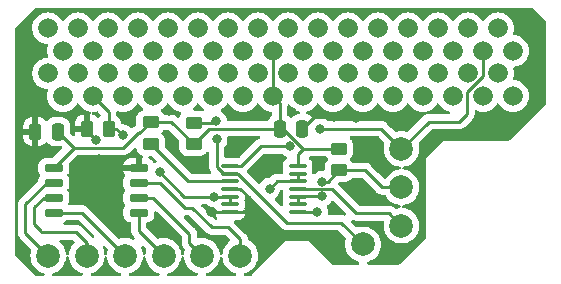
<source format=gbr>
%TF.GenerationSoftware,KiCad,Pcbnew,(6.99.0-4502-gf1556ed801-dirty)*%
%TF.CreationDate,2022-12-17T20:16:55-05:00*%
%TF.ProjectId,siox,73696f78-2e6b-4696-9361-645f70636258,rev?*%
%TF.SameCoordinates,Original*%
%TF.FileFunction,Copper,L1,Top*%
%TF.FilePolarity,Positive*%
%FSLAX46Y46*%
G04 Gerber Fmt 4.6, Leading zero omitted, Abs format (unit mm)*
G04 Created by KiCad (PCBNEW (6.99.0-4502-gf1556ed801-dirty)) date 2022-12-17 20:16:55*
%MOMM*%
%LPD*%
G01*
G04 APERTURE LIST*
G04 Aperture macros list*
%AMRoundRect*
0 Rectangle with rounded corners*
0 $1 Rounding radius*
0 $2 $3 $4 $5 $6 $7 $8 $9 X,Y pos of 4 corners*
0 Add a 4 corners polygon primitive as box body*
4,1,4,$2,$3,$4,$5,$6,$7,$8,$9,$2,$3,0*
0 Add four circle primitives for the rounded corners*
1,1,$1+$1,$2,$3*
1,1,$1+$1,$4,$5*
1,1,$1+$1,$6,$7*
1,1,$1+$1,$8,$9*
0 Add four rect primitives between the rounded corners*
20,1,$1+$1,$2,$3,$4,$5,0*
20,1,$1+$1,$4,$5,$6,$7,0*
20,1,$1+$1,$6,$7,$8,$9,0*
20,1,$1+$1,$8,$9,$2,$3,0*%
G04 Aperture macros list end*
%TA.AperFunction,SMDPad,CuDef*%
%ADD10C,2.000000*%
%TD*%
%TA.AperFunction,SMDPad,CuDef*%
%ADD11RoundRect,0.150000X-0.650000X-0.150000X0.650000X-0.150000X0.650000X0.150000X-0.650000X0.150000X0*%
%TD*%
%TA.AperFunction,SMDPad,CuDef*%
%ADD12RoundRect,0.250000X0.450000X-0.262500X0.450000X0.262500X-0.450000X0.262500X-0.450000X-0.262500X0*%
%TD*%
%TA.AperFunction,SMDPad,CuDef*%
%ADD13RoundRect,0.250000X-0.450000X0.262500X-0.450000X-0.262500X0.450000X-0.262500X0.450000X0.262500X0*%
%TD*%
%TA.AperFunction,SMDPad,CuDef*%
%ADD14RoundRect,0.250000X0.262500X0.450000X-0.262500X0.450000X-0.262500X-0.450000X0.262500X-0.450000X0*%
%TD*%
%TA.AperFunction,SMDPad,CuDef*%
%ADD15RoundRect,0.250000X0.250000X0.475000X-0.250000X0.475000X-0.250000X-0.475000X0.250000X-0.475000X0*%
%TD*%
%TA.AperFunction,SMDPad,CuDef*%
%ADD16RoundRect,0.100000X-0.637500X-0.100000X0.637500X-0.100000X0.637500X0.100000X-0.637500X0.100000X0*%
%TD*%
%TA.AperFunction,ViaPad*%
%ADD17C,0.800000*%
%TD*%
%TA.AperFunction,ViaPad*%
%ADD18C,1.660000*%
%TD*%
%TA.AperFunction,Conductor*%
%ADD19C,0.250000*%
%TD*%
G04 APERTURE END LIST*
D10*
%TO.P,J10,1,Pin_1*%
%TO.N,MP7*%
X108000000Y-71000000D03*
%TD*%
%TO.P,J9,1,Pin_1*%
%TO.N,MP6*%
X104750000Y-71000000D03*
%TD*%
%TO.P,J8,1,Pin_1*%
%TO.N,MP5*%
X101500000Y-71000000D03*
%TD*%
%TO.P,J7,1,Pin_1*%
%TO.N,MP4*%
X98250000Y-71000000D03*
%TD*%
%TO.P,J6,1,Pin_1*%
%TO.N,MP3*%
X95000000Y-71000000D03*
%TD*%
%TO.P,J5,1,Pin_1*%
%TO.N,MP2*%
X91750000Y-71000000D03*
%TD*%
D11*
%TO.P,U2,8,VSS*%
%TO.N,GND1*%
X99400000Y-63545000D03*
%TO.P,U2,7,RA0*%
%TO.N,MP7*%
X99400000Y-64815000D03*
%TO.P,U2,6,RA1*%
%TO.N,MP6*%
X99400000Y-66085000D03*
%TO.P,U2,5,RA2*%
%TO.N,MP5*%
X99400000Y-67355000D03*
%TO.P,U2,4,RA3*%
%TO.N,MP4*%
X92200000Y-67355000D03*
%TO.P,U2,3,RA4*%
%TO.N,MP3*%
X92200000Y-66085000D03*
%TO.P,U2,2,RA5*%
%TO.N,MP2*%
X92200000Y-64815000D03*
%TO.P,U2,1,VDD*%
%TO.N,MP1*%
X92200000Y-63545000D03*
%TD*%
D10*
%TO.P,J4,1,Pin_1*%
%TO.N,XI*%
X121650000Y-68450000D03*
%TD*%
%TO.P,J3,1,Pin_1*%
%TO.N,XE*%
X118400000Y-70050000D03*
%TD*%
%TO.P,J2,1,Pin_1*%
%TO.N,CI*%
X121650000Y-65200000D03*
%TD*%
%TO.P,J1,1,Pin_1*%
%TO.N,CE*%
X121650000Y-61950000D03*
%TD*%
D12*
%TO.P,R4,1*%
%TO.N,CI*%
X116350000Y-63762500D03*
%TO.P,R4,2*%
%TO.N,MP1*%
X116350000Y-61937500D03*
%TD*%
D13*
%TO.P,R3,1*%
%TO.N,XE*%
X104050000Y-59737500D03*
%TO.P,R3,2*%
%TO.N,MP1*%
X104050000Y-61562500D03*
%TD*%
%TO.P,R2,1*%
%TO.N,MP1*%
X100400000Y-59687500D03*
%TO.P,R2,2*%
%TO.N,P3*%
X100400000Y-61512500D03*
%TD*%
D14*
%TO.P,R1,1*%
%TO.N,P12*%
X96862500Y-60250000D03*
%TO.P,R1,2*%
%TO.N,GND1*%
X95037500Y-60250000D03*
%TD*%
D15*
%TO.P,C2,1*%
%TO.N,MP1*%
X92550000Y-60500000D03*
%TO.P,C2,2*%
%TO.N,GND1*%
X90650000Y-60500000D03*
%TD*%
%TO.P,C1,1*%
%TO.N,GND1*%
X113250000Y-60250000D03*
%TO.P,C1,2*%
%TO.N,MP1*%
X111350000Y-60250000D03*
%TD*%
D16*
%TO.P,U1,1,DVCC*%
%TO.N,CE*%
X107137500Y-63400000D03*
%TO.P,U1,2,ACLK/TACLK/A0/P1.0*%
%TO.N,XE*%
X107137500Y-64050000D03*
%TO.P,U1,3,TA0.0/A1/P1.1*%
%TO.N,P3*%
X107137500Y-64700000D03*
%TO.P,U1,4,TA0.1/A2/P1.2*%
%TO.N,GND1*%
X107137500Y-65350000D03*
%TO.P,U1,5,ADC10CLK/VREF-/VeREF-/A3/P1.3*%
%TO.N,P12*%
X107137500Y-66000000D03*
%TO.P,U1,6,TCK/SMCLK/VREF+/VeREF+/A4/P1.4*%
X107137500Y-66650000D03*
%TO.P,U1,7,TMS/SCLK/TA0.0/A5/P1.5*%
%TO.N,GND1*%
X107137500Y-67300000D03*
%TO.P,U1,8,TDI/SDO/SCL/TCLK/TA0.1/P1.6*%
%TO.N,PI*%
X112862500Y-67300000D03*
%TO.P,U1,9,TDI/TDO/SDI/SDA/P1.7*%
%TO.N,CI*%
X112862500Y-66650000D03*
%TO.P,U1,10,~{RST}/NMI/SBWTDIO*%
X112862500Y-66000000D03*
%TO.P,U1,11,SBWTCK/TEST*%
%TO.N,XI*%
X112862500Y-65350000D03*
%TO.P,U1,12,P2.7/XOUT*%
%TO.N,P12*%
X112862500Y-64700000D03*
%TO.P,U1,13,P2.6/XIN/TA0.1*%
X112862500Y-64050000D03*
%TO.P,U1,14,DVSS*%
%TO.N,MP1*%
X112862500Y-63400000D03*
%TD*%
D17*
%TO.N,GND1*%
X98600000Y-59300000D03*
X114600000Y-58700000D03*
X112350000Y-58825000D03*
X109550000Y-58925000D03*
X101975000Y-58775000D03*
X106375000Y-69750000D03*
X114600000Y-63175000D03*
X122125000Y-59975000D03*
X124150000Y-61300000D03*
X119475000Y-62625000D03*
X123025000Y-63600000D03*
X117125000Y-65150000D03*
X119375000Y-66275000D03*
X110400000Y-63625000D03*
X104750000Y-63100000D03*
X106400000Y-72225000D03*
X101625000Y-68900000D03*
X103125000Y-72175000D03*
X99900000Y-72225000D03*
X96625000Y-72200000D03*
X89500000Y-58875000D03*
X90100000Y-63550000D03*
X98250000Y-68900000D03*
X95925000Y-65350000D03*
X130825000Y-59625000D03*
X129250000Y-60500000D03*
X117825000Y-59325000D03*
X115825000Y-69975000D03*
X110400000Y-69300000D03*
X105500000Y-67275000D03*
X108825000Y-67300000D03*
D18*
%TO.N,PI*%
X128560000Y-57480000D03*
%TO.N,*%
X113320000Y-57480000D03*
X127290000Y-55570000D03*
X99350000Y-55570000D03*
X105700000Y-57480000D03*
X120940000Y-57480000D03*
X112050000Y-55570000D03*
X114590000Y-55570000D03*
X109510000Y-55570000D03*
X118400000Y-57480000D03*
X129830000Y-55570000D03*
X108240000Y-57480000D03*
%TO.N,P12*%
X95540000Y-57480000D03*
%TO.N,*%
X98080000Y-57480000D03*
X103160000Y-57480000D03*
X117130000Y-55570000D03*
%TO.N,MP1*%
X110780000Y-57480000D03*
%TO.N,*%
X101890000Y-55570000D03*
X106970000Y-55570000D03*
X104430000Y-55570000D03*
X122210000Y-55570000D03*
X131100000Y-57480000D03*
X93000000Y-57480000D03*
X91730000Y-55570000D03*
X115860000Y-57480000D03*
X119670000Y-55570000D03*
X96810000Y-55570000D03*
X126020000Y-57480000D03*
X124750000Y-55570000D03*
X94270000Y-55570000D03*
X123480000Y-57480000D03*
X100620000Y-57480000D03*
%TO.N,CE*%
X128560000Y-53660000D03*
%TO.N,*%
X100620000Y-53660000D03*
X113320000Y-53660000D03*
X115860000Y-53660000D03*
%TO.N,MP1*%
X110780000Y-53660000D03*
%TO.N,*%
X131100000Y-53660000D03*
X118400000Y-53660000D03*
X103160000Y-53660000D03*
X108240000Y-53660000D03*
X105700000Y-53660000D03*
X123480000Y-53660000D03*
X93000000Y-53660000D03*
X120940000Y-53660000D03*
X98080000Y-53660000D03*
X126020000Y-53660000D03*
X95540000Y-53660000D03*
X119670000Y-51750000D03*
X129830000Y-51750000D03*
X122210000Y-51750000D03*
X127290000Y-51750000D03*
X124750000Y-51750000D03*
X112050000Y-51750000D03*
X117130000Y-51750000D03*
X114590000Y-51750000D03*
X109510000Y-51750000D03*
X101890000Y-51750000D03*
X106970000Y-51750000D03*
X104430000Y-51750000D03*
X96810000Y-51750000D03*
X99350000Y-51750000D03*
X94270000Y-51750000D03*
X91730000Y-51750000D03*
D17*
%TO.N,PI*%
X114500000Y-67274500D03*
%TO.N,P12*%
X105800000Y-66000000D03*
X110475500Y-65324500D03*
%TO.N,GND1*%
X96000000Y-62800000D03*
X95800000Y-61225500D03*
%TO.N,P12*%
X98050000Y-60800000D03*
X101200000Y-63950000D03*
%TO.N,XE*%
X106000000Y-61150000D03*
X105950000Y-59625500D03*
%TO.N,CI*%
X114900000Y-65974500D03*
X114950000Y-64725500D03*
%TO.N,GND1*%
X115900000Y-59300000D03*
D18*
X132370000Y-51750000D03*
X132370000Y-55570000D03*
X90460000Y-57480000D03*
X90460000Y-53660000D03*
D17*
%TO.N,CE*%
X112250000Y-61750000D03*
X114750000Y-60250000D03*
%TD*%
D19*
%TO.N,CI*%
X121650000Y-65200000D02*
X120012500Y-65200000D01*
X120012500Y-65200000D02*
X118575000Y-63762500D01*
X118575000Y-63762500D02*
X116350000Y-63762500D01*
%TO.N,MP7*%
X99400000Y-64815000D02*
X101165000Y-64815000D01*
X106975000Y-68600000D02*
X108000000Y-69625000D01*
X101165000Y-64815000D02*
X103300000Y-66950000D01*
X103300000Y-66950000D02*
X103950000Y-66950000D01*
X103950000Y-66950000D02*
X105600000Y-68600000D01*
X105600000Y-68600000D02*
X106975000Y-68600000D01*
X108000000Y-69625000D02*
X108000000Y-71000000D01*
%TO.N,MP6*%
X100635000Y-66085000D02*
X103700000Y-69150000D01*
X99400000Y-66085000D02*
X100635000Y-66085000D01*
X103700000Y-69150000D02*
X103700000Y-69950000D01*
X103700000Y-69950000D02*
X104750000Y-71000000D01*
%TO.N,MP5*%
X99400000Y-67355000D02*
X99400000Y-68900000D01*
X99400000Y-68900000D02*
X101500000Y-71000000D01*
%TO.N,MP2*%
X89800000Y-66650000D02*
X89800000Y-69050000D01*
X92200000Y-64815000D02*
X91635000Y-64815000D01*
X91635000Y-64815000D02*
X89800000Y-66650000D01*
%TO.N,P3*%
X103587500Y-64700000D02*
X107137500Y-64700000D01*
%TO.N,GND1*%
X105525000Y-67300000D02*
X105500000Y-67275000D01*
X107137500Y-67300000D02*
X105525000Y-67300000D01*
X107137500Y-67300000D02*
X108825000Y-67300000D01*
%TO.N,XE*%
X106537500Y-64050000D02*
X107137500Y-64050000D01*
%TO.N,GND1*%
X95037500Y-60250000D02*
X95037500Y-60463000D01*
%TO.N,CI*%
X112888000Y-65974500D02*
X112862500Y-66000000D01*
%TO.N,MP1*%
X111633884Y-60250000D02*
X111350000Y-60250000D01*
%TO.N,XE*%
X106590381Y-64050000D02*
X107137500Y-64050000D01*
%TO.N,P12*%
X96862500Y-58802500D02*
X95540000Y-57480000D01*
%TO.N,CE*%
X128560000Y-53660000D02*
X128560000Y-55791996D01*
X128560000Y-55791996D02*
X127200000Y-57151996D01*
%TO.N,MP1*%
X110780000Y-53660000D02*
X110780000Y-57480000D01*
%TO.N,CE*%
X127200000Y-57151996D02*
X127200000Y-59000000D01*
X126550000Y-59650000D02*
X127200000Y-59000000D01*
%TO.N,P12*%
X96862500Y-60250000D02*
X96862500Y-58802500D01*
%TO.N,MP1*%
X111350000Y-58050000D02*
X110780000Y-57480000D01*
%TO.N,CE*%
X123950000Y-59650000D02*
X126550000Y-59650000D01*
X121650000Y-61950000D02*
X123950000Y-59650000D01*
%TO.N,MP1*%
X111350000Y-60250000D02*
X111350000Y-58050000D01*
%TO.N,PI*%
X112862500Y-67300000D02*
X114474500Y-67300000D01*
%TO.N,P12*%
X98050000Y-60800000D02*
X97500000Y-60250000D01*
X97500000Y-60250000D02*
X96862500Y-60250000D01*
%TO.N,XE*%
X107137500Y-64050000D02*
X107800000Y-64050000D01*
X107800000Y-64050000D02*
X111950000Y-68200000D01*
X111950000Y-68200000D02*
X116550000Y-68200000D01*
X116550000Y-68200000D02*
X118400000Y-70050000D01*
%TO.N,XI*%
X115764212Y-65350000D02*
X117807106Y-67392894D01*
X117807106Y-67392894D02*
X120592894Y-67392894D01*
X120592894Y-67392894D02*
X121650000Y-68450000D01*
%TO.N,CI*%
X114950000Y-64725500D02*
X115387000Y-64725500D01*
X115387000Y-64725500D02*
X116350000Y-63762500D01*
%TO.N,CE*%
X114750000Y-60250000D02*
X119950000Y-60250000D01*
X119950000Y-60250000D02*
X121650000Y-61950000D01*
%TO.N,GND1*%
X107137500Y-65350000D02*
X108000000Y-65350000D01*
X108000000Y-65350000D02*
X108800000Y-66150000D01*
%TO.N,P12*%
X105800000Y-66000000D02*
X105750000Y-66000000D01*
X112862500Y-64700000D02*
X111100000Y-64700000D01*
X111100000Y-64700000D02*
X110475500Y-65324500D01*
X112862500Y-64050000D02*
X112862500Y-64700000D01*
%TO.N,CI*%
X112862500Y-66650000D02*
X112862500Y-66000000D01*
%TO.N,GND1*%
X96745000Y-63545000D02*
X99400000Y-63545000D01*
X95037500Y-60463000D02*
X95800000Y-61225500D01*
X96000000Y-62800000D02*
X96745000Y-63545000D01*
%TO.N,P12*%
X105750000Y-66000000D02*
X103250000Y-66000000D01*
X107137500Y-66000000D02*
X105800000Y-66000000D01*
X103250000Y-66000000D02*
X101200000Y-63950000D01*
X107137500Y-66000000D02*
X107137500Y-66650000D01*
%TO.N,XE*%
X104050000Y-59737500D02*
X105838000Y-59737500D01*
X105838000Y-59737500D02*
X105950000Y-59625500D01*
X106000000Y-61150000D02*
X106000000Y-63459619D01*
X106000000Y-63459619D02*
X106590381Y-64050000D01*
%TO.N,MP1*%
X104050000Y-61562500D02*
X105362500Y-60250000D01*
X105362500Y-60250000D02*
X111350000Y-60250000D01*
X100400000Y-59687500D02*
X102175000Y-59687500D01*
X102175000Y-59687500D02*
X104050000Y-61562500D01*
X99300000Y-60650000D02*
X99437500Y-60650000D01*
X99437500Y-60650000D02*
X100400000Y-59687500D01*
%TO.N,MP3*%
X90550000Y-66900000D02*
X90550000Y-68350000D01*
X91150000Y-69000000D02*
X94100000Y-69000000D01*
X90550000Y-68350000D02*
X91150000Y-68950000D01*
X91150000Y-68950000D02*
X91150000Y-69000000D01*
X92200000Y-66085000D02*
X91365000Y-66085000D01*
X91365000Y-66085000D02*
X90550000Y-66900000D01*
X94100000Y-69000000D02*
X95000000Y-69900000D01*
X95000000Y-69900000D02*
X95000000Y-71000000D01*
%TO.N,MP2*%
X89800000Y-69050000D02*
X91750000Y-71000000D01*
%TO.N,MP4*%
X92200000Y-67355000D02*
X94605000Y-67355000D01*
X94605000Y-67355000D02*
X98250000Y-71000000D01*
%TO.N,MP1*%
X93900000Y-61850000D02*
X94050000Y-61850000D01*
X94050000Y-61850000D02*
X98100000Y-61850000D01*
X92200000Y-63545000D02*
X93895000Y-61850000D01*
X93895000Y-61850000D02*
X94050000Y-61850000D01*
X92550000Y-60500000D02*
X93900000Y-61850000D01*
X98100000Y-61850000D02*
X99300000Y-60650000D01*
%TO.N,P3*%
X100400000Y-61512500D02*
X103587500Y-64700000D01*
%TO.N,CI*%
X114900000Y-65974500D02*
X112888000Y-65974500D01*
%TO.N,MP1*%
X112862500Y-63400000D02*
X112862500Y-62396384D01*
X112862500Y-62396384D02*
X113321384Y-61937500D01*
X116350000Y-61937500D02*
X113321384Y-61937500D01*
X113321384Y-61937500D02*
X111633884Y-60250000D01*
%TO.N,CE*%
X109750000Y-61750000D02*
X112250000Y-61750000D01*
X107137500Y-63400000D02*
X108100000Y-63400000D01*
X108100000Y-63400000D02*
X109750000Y-61750000D01*
%TO.N,XI*%
X112862500Y-65350000D02*
X115764212Y-65350000D01*
%TO.N,GND1*%
X115900000Y-59300000D02*
X114200000Y-59300000D01*
X114200000Y-59300000D02*
X113497487Y-60002513D01*
%TD*%
%TA.AperFunction,Conductor*%
%TO.N,GND1*%
G36*
X132715723Y-50020502D02*
G01*
X132736697Y-50037405D01*
X133862595Y-51163302D01*
X133896620Y-51225614D01*
X133899500Y-51252397D01*
X133899500Y-58146998D01*
X133879498Y-58215119D01*
X133861868Y-58236815D01*
X130836571Y-61213317D01*
X130773984Y-61246834D01*
X130748203Y-61249500D01*
X125250099Y-61249500D01*
X125250000Y-61249459D01*
X125249901Y-61249500D01*
X125249617Y-61249617D01*
X125249576Y-61249717D01*
X123749716Y-62749576D01*
X123749617Y-62749617D01*
X123749576Y-62749716D01*
X123749458Y-62750000D01*
X123749500Y-62750101D01*
X123749500Y-69447603D01*
X123729498Y-69515724D01*
X123712595Y-69536698D01*
X121536697Y-71712595D01*
X121474385Y-71746621D01*
X121447602Y-71749500D01*
X118847541Y-71749500D01*
X118779420Y-71729498D01*
X118732927Y-71675842D01*
X118722823Y-71605568D01*
X118752317Y-71540988D01*
X118818127Y-71500981D01*
X118824952Y-71499342D01*
X118867594Y-71489105D01*
X118872167Y-71487211D01*
X119082389Y-71400135D01*
X119082393Y-71400133D01*
X119086963Y-71398240D01*
X119091183Y-71395654D01*
X119285202Y-71276759D01*
X119285208Y-71276755D01*
X119289416Y-71274176D01*
X119469969Y-71119969D01*
X119624176Y-70939416D01*
X119626755Y-70935208D01*
X119626759Y-70935202D01*
X119745654Y-70741183D01*
X119748240Y-70736963D01*
X119834865Y-70527832D01*
X119837211Y-70522167D01*
X119837212Y-70522165D01*
X119839105Y-70517594D01*
X119858360Y-70437391D01*
X119893380Y-70291524D01*
X119893381Y-70291518D01*
X119894535Y-70286711D01*
X119913165Y-70050000D01*
X119894535Y-69813289D01*
X119891812Y-69801943D01*
X119855300Y-69649865D01*
X119839105Y-69582406D01*
X119836140Y-69575247D01*
X119750135Y-69367611D01*
X119750133Y-69367607D01*
X119748240Y-69363037D01*
X119737455Y-69345437D01*
X119626759Y-69164798D01*
X119626755Y-69164792D01*
X119624176Y-69160584D01*
X119485739Y-68998495D01*
X119473177Y-68983787D01*
X119469969Y-68980031D01*
X119289416Y-68825824D01*
X119285208Y-68823245D01*
X119285202Y-68823241D01*
X119091183Y-68704346D01*
X119086963Y-68701760D01*
X119082393Y-68699867D01*
X119082389Y-68699865D01*
X118872167Y-68612789D01*
X118872165Y-68612788D01*
X118867594Y-68610895D01*
X118774241Y-68588483D01*
X118641524Y-68556620D01*
X118641518Y-68556619D01*
X118636711Y-68555465D01*
X118400000Y-68536835D01*
X118163289Y-68555465D01*
X118158482Y-68556619D01*
X118158476Y-68556620D01*
X118007019Y-68592982D01*
X117940049Y-68609060D01*
X117869142Y-68605513D01*
X117821541Y-68575636D01*
X117438397Y-68192492D01*
X117404371Y-68130180D01*
X117409436Y-68059365D01*
X117451983Y-68002529D01*
X117518503Y-67977718D01*
X117570465Y-67985720D01*
X117572046Y-67986589D01*
X117579718Y-67988559D01*
X117579721Y-67988560D01*
X117591664Y-67991626D01*
X117610372Y-67998031D01*
X117628961Y-68006075D01*
X117636786Y-68007314D01*
X117636788Y-68007315D01*
X117672625Y-68012991D01*
X117684246Y-68015398D01*
X117717144Y-68023844D01*
X117727076Y-68026394D01*
X117747337Y-68026394D01*
X117767046Y-68027945D01*
X117787049Y-68031113D01*
X117794941Y-68030367D01*
X117800168Y-68029873D01*
X117831060Y-68026953D01*
X117842917Y-68026394D01*
X120040504Y-68026394D01*
X120108625Y-68046396D01*
X120155118Y-68100052D01*
X120165222Y-68170326D01*
X120163023Y-68181808D01*
X120158295Y-68201502D01*
X120155465Y-68213289D01*
X120136835Y-68450000D01*
X120155465Y-68686711D01*
X120156619Y-68691518D01*
X120156620Y-68691524D01*
X120190232Y-68831528D01*
X120210895Y-68917594D01*
X120212788Y-68922165D01*
X120212789Y-68922167D01*
X120293320Y-69116586D01*
X120301760Y-69136963D01*
X120304346Y-69141183D01*
X120423241Y-69335202D01*
X120423245Y-69335208D01*
X120425824Y-69339416D01*
X120580031Y-69519969D01*
X120583787Y-69523177D01*
X120586666Y-69525636D01*
X120760584Y-69674176D01*
X120764792Y-69676755D01*
X120764798Y-69676759D01*
X120931697Y-69779035D01*
X120963037Y-69798240D01*
X120967607Y-69800133D01*
X120967611Y-69800135D01*
X121177833Y-69887211D01*
X121182406Y-69889105D01*
X121262609Y-69908360D01*
X121408476Y-69943380D01*
X121408482Y-69943381D01*
X121413289Y-69944535D01*
X121650000Y-69963165D01*
X121886711Y-69944535D01*
X121891518Y-69943381D01*
X121891524Y-69943380D01*
X122037391Y-69908360D01*
X122117594Y-69889105D01*
X122122167Y-69887211D01*
X122332389Y-69800135D01*
X122332393Y-69800133D01*
X122336963Y-69798240D01*
X122368303Y-69779035D01*
X122535202Y-69676759D01*
X122535208Y-69676755D01*
X122539416Y-69674176D01*
X122713334Y-69525636D01*
X122716213Y-69523177D01*
X122719969Y-69519969D01*
X122874176Y-69339416D01*
X122876755Y-69335208D01*
X122876759Y-69335202D01*
X122995654Y-69141183D01*
X122998240Y-69136963D01*
X123006681Y-69116586D01*
X123087211Y-68922167D01*
X123087212Y-68922165D01*
X123089105Y-68917594D01*
X123109768Y-68831528D01*
X123143380Y-68691524D01*
X123143381Y-68691518D01*
X123144535Y-68686711D01*
X123163165Y-68450000D01*
X123144535Y-68213289D01*
X123141706Y-68201502D01*
X123106123Y-68053291D01*
X123089105Y-67982406D01*
X123080828Y-67962424D01*
X123000135Y-67767611D01*
X123000133Y-67767607D01*
X122998240Y-67763037D01*
X122910835Y-67620405D01*
X122876759Y-67564798D01*
X122876755Y-67564792D01*
X122874176Y-67560584D01*
X122719969Y-67380031D01*
X122539416Y-67225824D01*
X122535208Y-67223245D01*
X122535202Y-67223241D01*
X122341183Y-67104346D01*
X122336963Y-67101760D01*
X122332393Y-67099867D01*
X122332389Y-67099865D01*
X122122167Y-67012789D01*
X122122165Y-67012788D01*
X122117594Y-67010895D01*
X122037391Y-66991640D01*
X121891524Y-66956620D01*
X121891518Y-66956619D01*
X121886711Y-66955465D01*
X121825049Y-66950612D01*
X121758708Y-66925326D01*
X121716568Y-66868188D01*
X121712009Y-66797338D01*
X121746478Y-66735271D01*
X121809032Y-66701691D01*
X121825049Y-66699388D01*
X121886711Y-66694535D01*
X121891518Y-66693381D01*
X121891524Y-66693380D01*
X122057626Y-66653502D01*
X122117594Y-66639105D01*
X122131126Y-66633500D01*
X122332389Y-66550135D01*
X122332393Y-66550133D01*
X122336963Y-66548240D01*
X122364507Y-66531361D01*
X122535202Y-66426759D01*
X122535208Y-66426755D01*
X122539416Y-66424176D01*
X122719969Y-66269969D01*
X122874176Y-66089416D01*
X122876755Y-66085208D01*
X122876759Y-66085202D01*
X122995654Y-65891183D01*
X122998240Y-65886963D01*
X123004866Y-65870968D01*
X123087211Y-65672167D01*
X123087212Y-65672165D01*
X123089105Y-65667594D01*
X123124370Y-65520706D01*
X123143380Y-65441524D01*
X123143381Y-65441518D01*
X123144535Y-65436711D01*
X123163165Y-65200000D01*
X123144535Y-64963289D01*
X123142052Y-64952944D01*
X123101449Y-64783821D01*
X123089105Y-64732406D01*
X123083727Y-64719422D01*
X123000135Y-64517611D01*
X123000133Y-64517607D01*
X122998240Y-64513037D01*
X122985593Y-64492399D01*
X122876759Y-64314798D01*
X122876755Y-64314792D01*
X122874176Y-64310584D01*
X122719969Y-64130031D01*
X122539416Y-63975824D01*
X122535208Y-63973245D01*
X122535202Y-63973241D01*
X122341183Y-63854346D01*
X122336963Y-63851760D01*
X122332393Y-63849867D01*
X122332389Y-63849865D01*
X122122167Y-63762789D01*
X122122165Y-63762788D01*
X122117594Y-63760895D01*
X121991602Y-63730647D01*
X121891524Y-63706620D01*
X121891518Y-63706619D01*
X121886711Y-63705465D01*
X121825049Y-63700612D01*
X121758708Y-63675326D01*
X121716568Y-63618188D01*
X121712009Y-63547338D01*
X121746478Y-63485271D01*
X121809032Y-63451691D01*
X121825049Y-63449388D01*
X121886711Y-63444535D01*
X121891518Y-63443381D01*
X121891524Y-63443380D01*
X122041161Y-63407455D01*
X122117594Y-63389105D01*
X122163122Y-63370247D01*
X122332389Y-63300135D01*
X122332393Y-63300133D01*
X122336963Y-63298240D01*
X122348778Y-63291000D01*
X122535202Y-63176759D01*
X122535208Y-63176755D01*
X122539416Y-63174176D01*
X122719969Y-63019969D01*
X122874176Y-62839416D01*
X122876755Y-62835208D01*
X122876759Y-62835202D01*
X122995654Y-62641183D01*
X122998240Y-62636963D01*
X123010452Y-62607482D01*
X123087211Y-62422167D01*
X123087212Y-62422165D01*
X123089105Y-62417594D01*
X123108360Y-62337391D01*
X123143380Y-62191524D01*
X123143381Y-62191518D01*
X123144535Y-62186711D01*
X123163165Y-61950000D01*
X123144535Y-61713289D01*
X123139388Y-61691847D01*
X123090940Y-61490049D01*
X123094487Y-61419141D01*
X123124364Y-61371540D01*
X124175499Y-60320405D01*
X124237811Y-60286379D01*
X124264594Y-60283500D01*
X126471233Y-60283500D01*
X126482416Y-60284027D01*
X126489909Y-60285702D01*
X126497835Y-60285453D01*
X126497836Y-60285453D01*
X126557986Y-60283562D01*
X126561945Y-60283500D01*
X126589856Y-60283500D01*
X126593791Y-60283003D01*
X126593856Y-60282995D01*
X126605693Y-60282062D01*
X126637951Y-60281048D01*
X126641970Y-60280922D01*
X126649889Y-60280673D01*
X126669343Y-60275021D01*
X126688700Y-60271013D01*
X126700930Y-60269468D01*
X126700931Y-60269468D01*
X126708797Y-60268474D01*
X126716168Y-60265555D01*
X126716170Y-60265555D01*
X126749912Y-60252196D01*
X126761142Y-60248351D01*
X126795983Y-60238229D01*
X126795984Y-60238229D01*
X126803593Y-60236018D01*
X126810412Y-60231985D01*
X126810417Y-60231983D01*
X126821028Y-60225707D01*
X126838776Y-60217012D01*
X126857617Y-60209552D01*
X126893387Y-60183564D01*
X126903307Y-60177048D01*
X126934535Y-60158580D01*
X126934538Y-60158578D01*
X126941362Y-60154542D01*
X126955683Y-60140221D01*
X126970717Y-60127380D01*
X126980693Y-60120132D01*
X126987107Y-60115472D01*
X127015288Y-60081407D01*
X127023278Y-60072626D01*
X127592258Y-59503647D01*
X127600537Y-59496113D01*
X127607018Y-59492000D01*
X127653644Y-59442348D01*
X127656398Y-59439507D01*
X127676135Y-59419770D01*
X127678615Y-59416573D01*
X127686320Y-59407551D01*
X127708538Y-59383891D01*
X127716586Y-59375321D01*
X127720405Y-59368375D01*
X127720407Y-59368372D01*
X127726348Y-59357566D01*
X127737199Y-59341047D01*
X127743512Y-59332908D01*
X127749614Y-59325041D01*
X127752759Y-59317772D01*
X127752762Y-59317768D01*
X127767174Y-59284463D01*
X127772391Y-59273813D01*
X127793695Y-59235060D01*
X127798733Y-59215437D01*
X127805137Y-59196734D01*
X127810033Y-59185420D01*
X127810033Y-59185419D01*
X127813181Y-59178145D01*
X127814420Y-59170322D01*
X127814423Y-59170312D01*
X127820099Y-59134476D01*
X127822505Y-59122856D01*
X127831528Y-59087711D01*
X127831528Y-59087710D01*
X127833500Y-59080030D01*
X127833500Y-59059776D01*
X127835051Y-59040065D01*
X127836980Y-59027886D01*
X127838220Y-59020057D01*
X127834059Y-58976038D01*
X127833500Y-58964181D01*
X127833500Y-58815880D01*
X127853502Y-58747759D01*
X127907158Y-58701266D01*
X127977432Y-58691162D01*
X128012749Y-58701685D01*
X128095470Y-58740258D01*
X128095475Y-58740260D01*
X128100457Y-58742583D01*
X128105765Y-58744005D01*
X128105767Y-58744006D01*
X128321369Y-58801776D01*
X128321371Y-58801776D01*
X128326684Y-58803200D01*
X128560000Y-58823613D01*
X128793316Y-58803200D01*
X128798629Y-58801776D01*
X128798631Y-58801776D01*
X129014233Y-58744006D01*
X129014235Y-58744005D01*
X129019543Y-58742583D01*
X129032082Y-58736736D01*
X129226820Y-58645929D01*
X129226825Y-58645926D01*
X129231807Y-58643603D01*
X129419144Y-58512428D01*
X129419150Y-58512424D01*
X129423658Y-58509267D01*
X129589267Y-58343658D01*
X129616683Y-58304505D01*
X129648439Y-58259152D01*
X129723603Y-58151807D01*
X129724305Y-58152298D01*
X129772262Y-58106570D01*
X129841976Y-58093133D01*
X129907887Y-58119519D01*
X129936066Y-58152039D01*
X129936397Y-58151807D01*
X130011561Y-58259152D01*
X130043318Y-58304505D01*
X130070733Y-58343658D01*
X130236342Y-58509267D01*
X130240850Y-58512424D01*
X130240856Y-58512428D01*
X130428193Y-58643603D01*
X130433175Y-58645926D01*
X130433180Y-58645929D01*
X130627918Y-58736736D01*
X130640457Y-58742583D01*
X130645765Y-58744005D01*
X130645767Y-58744006D01*
X130861369Y-58801776D01*
X130861371Y-58801776D01*
X130866684Y-58803200D01*
X131100000Y-58823613D01*
X131333316Y-58803200D01*
X131338629Y-58801776D01*
X131338631Y-58801776D01*
X131554233Y-58744006D01*
X131554235Y-58744005D01*
X131559543Y-58742583D01*
X131572082Y-58736736D01*
X131766820Y-58645929D01*
X131766825Y-58645926D01*
X131771807Y-58643603D01*
X131959144Y-58512428D01*
X131959150Y-58512424D01*
X131963658Y-58509267D01*
X132129267Y-58343658D01*
X132156683Y-58304505D01*
X132188439Y-58259152D01*
X132263603Y-58151807D01*
X132265926Y-58146825D01*
X132265929Y-58146820D01*
X132360260Y-57944525D01*
X132360260Y-57944524D01*
X132362583Y-57939543D01*
X132423200Y-57713316D01*
X132443613Y-57480000D01*
X132423200Y-57246684D01*
X132421776Y-57241369D01*
X132364006Y-57025767D01*
X132364005Y-57025765D01*
X132362583Y-57020457D01*
X132346970Y-56986975D01*
X132265929Y-56813181D01*
X132265926Y-56813176D01*
X132263603Y-56808194D01*
X132211374Y-56733603D01*
X132132426Y-56620853D01*
X132132424Y-56620850D01*
X132129267Y-56616342D01*
X131963658Y-56450733D01*
X131959150Y-56447576D01*
X131959147Y-56447574D01*
X131879152Y-56391561D01*
X131771807Y-56316397D01*
X131766825Y-56314074D01*
X131766820Y-56314071D01*
X131564525Y-56219740D01*
X131564524Y-56219740D01*
X131559543Y-56217417D01*
X131554235Y-56215995D01*
X131554233Y-56215994D01*
X131338631Y-56158224D01*
X131338629Y-56158224D01*
X131333316Y-56156800D01*
X131327830Y-56156320D01*
X131327824Y-56156319D01*
X131214369Y-56146392D01*
X131148251Y-56120529D01*
X131106611Y-56063025D01*
X131103644Y-55988261D01*
X131151776Y-55808631D01*
X131151776Y-55808629D01*
X131153200Y-55803316D01*
X131173613Y-55570000D01*
X131153200Y-55336684D01*
X131103644Y-55151738D01*
X131105334Y-55080763D01*
X131145128Y-55021967D01*
X131214369Y-54993608D01*
X131327824Y-54983681D01*
X131327830Y-54983680D01*
X131333316Y-54983200D01*
X131338629Y-54981776D01*
X131338631Y-54981776D01*
X131554233Y-54924006D01*
X131554235Y-54924005D01*
X131559543Y-54922583D01*
X131611846Y-54898194D01*
X131766820Y-54825929D01*
X131766825Y-54825926D01*
X131771807Y-54823603D01*
X131932830Y-54710853D01*
X131959147Y-54692426D01*
X131959150Y-54692424D01*
X131963658Y-54689267D01*
X132129267Y-54523658D01*
X132263603Y-54331807D01*
X132265926Y-54326825D01*
X132265929Y-54326820D01*
X132360260Y-54124525D01*
X132360260Y-54124524D01*
X132362583Y-54119543D01*
X132373645Y-54078261D01*
X132421776Y-53898631D01*
X132421776Y-53898629D01*
X132423200Y-53893316D01*
X132443613Y-53660000D01*
X132423200Y-53426684D01*
X132421776Y-53421369D01*
X132364006Y-53205767D01*
X132364005Y-53205765D01*
X132362583Y-53200457D01*
X132346970Y-53166975D01*
X132265929Y-52993181D01*
X132265926Y-52993176D01*
X132263603Y-52988194D01*
X132211374Y-52913603D01*
X132132426Y-52800853D01*
X132132424Y-52800850D01*
X132129267Y-52796342D01*
X131963658Y-52630733D01*
X131959150Y-52627576D01*
X131959147Y-52627574D01*
X131879152Y-52571561D01*
X131771807Y-52496397D01*
X131766825Y-52494074D01*
X131766820Y-52494071D01*
X131564525Y-52399740D01*
X131564524Y-52399740D01*
X131559543Y-52397417D01*
X131554235Y-52395995D01*
X131554233Y-52395994D01*
X131338631Y-52338224D01*
X131338629Y-52338224D01*
X131333316Y-52336800D01*
X131327830Y-52336320D01*
X131327824Y-52336319D01*
X131214369Y-52326392D01*
X131148251Y-52300529D01*
X131106611Y-52243025D01*
X131103644Y-52168261D01*
X131151776Y-51988631D01*
X131151776Y-51988629D01*
X131153200Y-51983316D01*
X131173613Y-51750000D01*
X131153200Y-51516684D01*
X131092583Y-51290457D01*
X131090260Y-51285475D01*
X130995929Y-51083181D01*
X130995926Y-51083176D01*
X130993603Y-51078194D01*
X130990447Y-51073687D01*
X130990446Y-51073685D01*
X130862426Y-50890853D01*
X130862424Y-50890850D01*
X130859267Y-50886342D01*
X130693658Y-50720733D01*
X130689150Y-50717576D01*
X130689147Y-50717574D01*
X130609152Y-50661561D01*
X130501807Y-50586397D01*
X130496825Y-50584074D01*
X130496820Y-50584071D01*
X130294525Y-50489740D01*
X130294524Y-50489740D01*
X130289543Y-50487417D01*
X130284235Y-50485995D01*
X130284233Y-50485994D01*
X130068631Y-50428224D01*
X130068629Y-50428224D01*
X130063316Y-50426800D01*
X129830000Y-50406387D01*
X129596684Y-50426800D01*
X129591371Y-50428224D01*
X129591369Y-50428224D01*
X129375767Y-50485994D01*
X129375765Y-50485995D01*
X129370457Y-50487417D01*
X129365476Y-50489739D01*
X129365475Y-50489740D01*
X129163181Y-50584071D01*
X129163176Y-50584074D01*
X129158194Y-50586397D01*
X129153687Y-50589553D01*
X129153685Y-50589554D01*
X128970853Y-50717574D01*
X128970850Y-50717576D01*
X128966342Y-50720733D01*
X128800733Y-50886342D01*
X128666397Y-51078194D01*
X128665695Y-51077703D01*
X128617738Y-51123431D01*
X128548024Y-51136868D01*
X128482113Y-51110482D01*
X128453934Y-51077962D01*
X128453603Y-51078194D01*
X128451361Y-51074992D01*
X128319267Y-50886342D01*
X128153658Y-50720733D01*
X128149150Y-50717576D01*
X128149147Y-50717574D01*
X128069152Y-50661561D01*
X127961807Y-50586397D01*
X127956825Y-50584074D01*
X127956820Y-50584071D01*
X127754525Y-50489740D01*
X127754524Y-50489740D01*
X127749543Y-50487417D01*
X127744235Y-50485995D01*
X127744233Y-50485994D01*
X127528631Y-50428224D01*
X127528629Y-50428224D01*
X127523316Y-50426800D01*
X127290000Y-50406387D01*
X127056684Y-50426800D01*
X127051371Y-50428224D01*
X127051369Y-50428224D01*
X126835767Y-50485994D01*
X126835765Y-50485995D01*
X126830457Y-50487417D01*
X126825476Y-50489739D01*
X126825475Y-50489740D01*
X126623181Y-50584071D01*
X126623176Y-50584074D01*
X126618194Y-50586397D01*
X126613687Y-50589553D01*
X126613685Y-50589554D01*
X126430853Y-50717574D01*
X126430850Y-50717576D01*
X126426342Y-50720733D01*
X126260733Y-50886342D01*
X126126397Y-51078194D01*
X126125695Y-51077703D01*
X126077738Y-51123431D01*
X126008024Y-51136868D01*
X125942113Y-51110482D01*
X125913934Y-51077962D01*
X125913603Y-51078194D01*
X125911361Y-51074992D01*
X125779267Y-50886342D01*
X125613658Y-50720733D01*
X125609150Y-50717576D01*
X125609147Y-50717574D01*
X125529152Y-50661561D01*
X125421807Y-50586397D01*
X125416825Y-50584074D01*
X125416820Y-50584071D01*
X125214525Y-50489740D01*
X125214524Y-50489740D01*
X125209543Y-50487417D01*
X125204235Y-50485995D01*
X125204233Y-50485994D01*
X124988631Y-50428224D01*
X124988629Y-50428224D01*
X124983316Y-50426800D01*
X124750000Y-50406387D01*
X124516684Y-50426800D01*
X124511371Y-50428224D01*
X124511369Y-50428224D01*
X124295767Y-50485994D01*
X124295765Y-50485995D01*
X124290457Y-50487417D01*
X124285476Y-50489739D01*
X124285475Y-50489740D01*
X124083181Y-50584071D01*
X124083176Y-50584074D01*
X124078194Y-50586397D01*
X124073687Y-50589553D01*
X124073685Y-50589554D01*
X123890853Y-50717574D01*
X123890850Y-50717576D01*
X123886342Y-50720733D01*
X123720733Y-50886342D01*
X123586397Y-51078194D01*
X123585695Y-51077703D01*
X123537738Y-51123431D01*
X123468024Y-51136868D01*
X123402113Y-51110482D01*
X123373934Y-51077962D01*
X123373603Y-51078194D01*
X123371361Y-51074992D01*
X123239267Y-50886342D01*
X123073658Y-50720733D01*
X123069150Y-50717576D01*
X123069147Y-50717574D01*
X122989152Y-50661561D01*
X122881807Y-50586397D01*
X122876825Y-50584074D01*
X122876820Y-50584071D01*
X122674525Y-50489740D01*
X122674524Y-50489740D01*
X122669543Y-50487417D01*
X122664235Y-50485995D01*
X122664233Y-50485994D01*
X122448631Y-50428224D01*
X122448629Y-50428224D01*
X122443316Y-50426800D01*
X122210000Y-50406387D01*
X121976684Y-50426800D01*
X121971371Y-50428224D01*
X121971369Y-50428224D01*
X121755767Y-50485994D01*
X121755765Y-50485995D01*
X121750457Y-50487417D01*
X121745476Y-50489739D01*
X121745475Y-50489740D01*
X121543181Y-50584071D01*
X121543176Y-50584074D01*
X121538194Y-50586397D01*
X121533687Y-50589553D01*
X121533685Y-50589554D01*
X121350853Y-50717574D01*
X121350850Y-50717576D01*
X121346342Y-50720733D01*
X121180733Y-50886342D01*
X121046397Y-51078194D01*
X121045695Y-51077703D01*
X120997738Y-51123431D01*
X120928024Y-51136868D01*
X120862113Y-51110482D01*
X120833934Y-51077962D01*
X120833603Y-51078194D01*
X120831361Y-51074992D01*
X120699267Y-50886342D01*
X120533658Y-50720733D01*
X120529150Y-50717576D01*
X120529147Y-50717574D01*
X120449152Y-50661561D01*
X120341807Y-50586397D01*
X120336825Y-50584074D01*
X120336820Y-50584071D01*
X120134525Y-50489740D01*
X120134524Y-50489740D01*
X120129543Y-50487417D01*
X120124235Y-50485995D01*
X120124233Y-50485994D01*
X119908631Y-50428224D01*
X119908629Y-50428224D01*
X119903316Y-50426800D01*
X119670000Y-50406387D01*
X119436684Y-50426800D01*
X119431371Y-50428224D01*
X119431369Y-50428224D01*
X119215767Y-50485994D01*
X119215765Y-50485995D01*
X119210457Y-50487417D01*
X119205476Y-50489739D01*
X119205475Y-50489740D01*
X119003181Y-50584071D01*
X119003176Y-50584074D01*
X118998194Y-50586397D01*
X118993687Y-50589553D01*
X118993685Y-50589554D01*
X118810853Y-50717574D01*
X118810850Y-50717576D01*
X118806342Y-50720733D01*
X118640733Y-50886342D01*
X118506397Y-51078194D01*
X118505695Y-51077703D01*
X118457738Y-51123431D01*
X118388024Y-51136868D01*
X118322113Y-51110482D01*
X118293934Y-51077962D01*
X118293603Y-51078194D01*
X118291361Y-51074992D01*
X118159267Y-50886342D01*
X117993658Y-50720733D01*
X117989150Y-50717576D01*
X117989147Y-50717574D01*
X117909152Y-50661561D01*
X117801807Y-50586397D01*
X117796825Y-50584074D01*
X117796820Y-50584071D01*
X117594525Y-50489740D01*
X117594524Y-50489740D01*
X117589543Y-50487417D01*
X117584235Y-50485995D01*
X117584233Y-50485994D01*
X117368631Y-50428224D01*
X117368629Y-50428224D01*
X117363316Y-50426800D01*
X117130000Y-50406387D01*
X116896684Y-50426800D01*
X116891371Y-50428224D01*
X116891369Y-50428224D01*
X116675767Y-50485994D01*
X116675765Y-50485995D01*
X116670457Y-50487417D01*
X116665476Y-50489739D01*
X116665475Y-50489740D01*
X116463181Y-50584071D01*
X116463176Y-50584074D01*
X116458194Y-50586397D01*
X116453687Y-50589553D01*
X116453685Y-50589554D01*
X116270853Y-50717574D01*
X116270850Y-50717576D01*
X116266342Y-50720733D01*
X116100733Y-50886342D01*
X115966397Y-51078194D01*
X115965695Y-51077703D01*
X115917738Y-51123431D01*
X115848024Y-51136868D01*
X115782113Y-51110482D01*
X115753934Y-51077962D01*
X115753603Y-51078194D01*
X115751361Y-51074992D01*
X115619267Y-50886342D01*
X115453658Y-50720733D01*
X115449150Y-50717576D01*
X115449147Y-50717574D01*
X115369152Y-50661561D01*
X115261807Y-50586397D01*
X115256825Y-50584074D01*
X115256820Y-50584071D01*
X115054525Y-50489740D01*
X115054524Y-50489740D01*
X115049543Y-50487417D01*
X115044235Y-50485995D01*
X115044233Y-50485994D01*
X114828631Y-50428224D01*
X114828629Y-50428224D01*
X114823316Y-50426800D01*
X114590000Y-50406387D01*
X114356684Y-50426800D01*
X114351371Y-50428224D01*
X114351369Y-50428224D01*
X114135767Y-50485994D01*
X114135765Y-50485995D01*
X114130457Y-50487417D01*
X114125476Y-50489739D01*
X114125475Y-50489740D01*
X113923181Y-50584071D01*
X113923176Y-50584074D01*
X113918194Y-50586397D01*
X113913687Y-50589553D01*
X113913685Y-50589554D01*
X113730853Y-50717574D01*
X113730850Y-50717576D01*
X113726342Y-50720733D01*
X113560733Y-50886342D01*
X113426397Y-51078194D01*
X113425695Y-51077703D01*
X113377738Y-51123431D01*
X113308024Y-51136868D01*
X113242113Y-51110482D01*
X113213934Y-51077962D01*
X113213603Y-51078194D01*
X113211361Y-51074992D01*
X113079267Y-50886342D01*
X112913658Y-50720733D01*
X112909150Y-50717576D01*
X112909147Y-50717574D01*
X112829152Y-50661561D01*
X112721807Y-50586397D01*
X112716825Y-50584074D01*
X112716820Y-50584071D01*
X112514525Y-50489740D01*
X112514524Y-50489740D01*
X112509543Y-50487417D01*
X112504235Y-50485995D01*
X112504233Y-50485994D01*
X112288631Y-50428224D01*
X112288629Y-50428224D01*
X112283316Y-50426800D01*
X112050000Y-50406387D01*
X111816684Y-50426800D01*
X111811371Y-50428224D01*
X111811369Y-50428224D01*
X111595767Y-50485994D01*
X111595765Y-50485995D01*
X111590457Y-50487417D01*
X111585476Y-50489739D01*
X111585475Y-50489740D01*
X111383181Y-50584071D01*
X111383176Y-50584074D01*
X111378194Y-50586397D01*
X111373687Y-50589553D01*
X111373685Y-50589554D01*
X111190853Y-50717574D01*
X111190850Y-50717576D01*
X111186342Y-50720733D01*
X111020733Y-50886342D01*
X110886397Y-51078194D01*
X110885695Y-51077703D01*
X110837738Y-51123431D01*
X110768024Y-51136868D01*
X110702113Y-51110482D01*
X110673934Y-51077962D01*
X110673603Y-51078194D01*
X110671361Y-51074992D01*
X110539267Y-50886342D01*
X110373658Y-50720733D01*
X110369150Y-50717576D01*
X110369147Y-50717574D01*
X110289152Y-50661561D01*
X110181807Y-50586397D01*
X110176825Y-50584074D01*
X110176820Y-50584071D01*
X109974525Y-50489740D01*
X109974524Y-50489740D01*
X109969543Y-50487417D01*
X109964235Y-50485995D01*
X109964233Y-50485994D01*
X109748631Y-50428224D01*
X109748629Y-50428224D01*
X109743316Y-50426800D01*
X109510000Y-50406387D01*
X109276684Y-50426800D01*
X109271371Y-50428224D01*
X109271369Y-50428224D01*
X109055767Y-50485994D01*
X109055765Y-50485995D01*
X109050457Y-50487417D01*
X109045476Y-50489739D01*
X109045475Y-50489740D01*
X108843181Y-50584071D01*
X108843176Y-50584074D01*
X108838194Y-50586397D01*
X108833687Y-50589553D01*
X108833685Y-50589554D01*
X108650853Y-50717574D01*
X108650850Y-50717576D01*
X108646342Y-50720733D01*
X108480733Y-50886342D01*
X108346397Y-51078194D01*
X108345695Y-51077703D01*
X108297738Y-51123431D01*
X108228024Y-51136868D01*
X108162113Y-51110482D01*
X108133934Y-51077962D01*
X108133603Y-51078194D01*
X108131361Y-51074992D01*
X107999267Y-50886342D01*
X107833658Y-50720733D01*
X107829150Y-50717576D01*
X107829147Y-50717574D01*
X107749152Y-50661561D01*
X107641807Y-50586397D01*
X107636825Y-50584074D01*
X107636820Y-50584071D01*
X107434525Y-50489740D01*
X107434524Y-50489740D01*
X107429543Y-50487417D01*
X107424235Y-50485995D01*
X107424233Y-50485994D01*
X107208631Y-50428224D01*
X107208629Y-50428224D01*
X107203316Y-50426800D01*
X106970000Y-50406387D01*
X106736684Y-50426800D01*
X106731371Y-50428224D01*
X106731369Y-50428224D01*
X106515767Y-50485994D01*
X106515765Y-50485995D01*
X106510457Y-50487417D01*
X106505476Y-50489739D01*
X106505475Y-50489740D01*
X106303181Y-50584071D01*
X106303176Y-50584074D01*
X106298194Y-50586397D01*
X106293687Y-50589553D01*
X106293685Y-50589554D01*
X106110853Y-50717574D01*
X106110850Y-50717576D01*
X106106342Y-50720733D01*
X105940733Y-50886342D01*
X105806397Y-51078194D01*
X105805695Y-51077703D01*
X105757738Y-51123431D01*
X105688024Y-51136868D01*
X105622113Y-51110482D01*
X105593934Y-51077962D01*
X105593603Y-51078194D01*
X105591361Y-51074992D01*
X105459267Y-50886342D01*
X105293658Y-50720733D01*
X105289150Y-50717576D01*
X105289147Y-50717574D01*
X105209152Y-50661561D01*
X105101807Y-50586397D01*
X105096825Y-50584074D01*
X105096820Y-50584071D01*
X104894525Y-50489740D01*
X104894524Y-50489740D01*
X104889543Y-50487417D01*
X104884235Y-50485995D01*
X104884233Y-50485994D01*
X104668631Y-50428224D01*
X104668629Y-50428224D01*
X104663316Y-50426800D01*
X104430000Y-50406387D01*
X104196684Y-50426800D01*
X104191371Y-50428224D01*
X104191369Y-50428224D01*
X103975767Y-50485994D01*
X103975765Y-50485995D01*
X103970457Y-50487417D01*
X103965476Y-50489739D01*
X103965475Y-50489740D01*
X103763181Y-50584071D01*
X103763176Y-50584074D01*
X103758194Y-50586397D01*
X103753687Y-50589553D01*
X103753685Y-50589554D01*
X103570853Y-50717574D01*
X103570850Y-50717576D01*
X103566342Y-50720733D01*
X103400733Y-50886342D01*
X103266397Y-51078194D01*
X103265695Y-51077703D01*
X103217738Y-51123431D01*
X103148024Y-51136868D01*
X103082113Y-51110482D01*
X103053934Y-51077962D01*
X103053603Y-51078194D01*
X103051361Y-51074992D01*
X102919267Y-50886342D01*
X102753658Y-50720733D01*
X102749150Y-50717576D01*
X102749147Y-50717574D01*
X102669152Y-50661561D01*
X102561807Y-50586397D01*
X102556825Y-50584074D01*
X102556820Y-50584071D01*
X102354525Y-50489740D01*
X102354524Y-50489740D01*
X102349543Y-50487417D01*
X102344235Y-50485995D01*
X102344233Y-50485994D01*
X102128631Y-50428224D01*
X102128629Y-50428224D01*
X102123316Y-50426800D01*
X101890000Y-50406387D01*
X101656684Y-50426800D01*
X101651371Y-50428224D01*
X101651369Y-50428224D01*
X101435767Y-50485994D01*
X101435765Y-50485995D01*
X101430457Y-50487417D01*
X101425476Y-50489739D01*
X101425475Y-50489740D01*
X101223181Y-50584071D01*
X101223176Y-50584074D01*
X101218194Y-50586397D01*
X101213687Y-50589553D01*
X101213685Y-50589554D01*
X101030853Y-50717574D01*
X101030850Y-50717576D01*
X101026342Y-50720733D01*
X100860733Y-50886342D01*
X100726397Y-51078194D01*
X100725695Y-51077703D01*
X100677738Y-51123431D01*
X100608024Y-51136868D01*
X100542113Y-51110482D01*
X100513934Y-51077962D01*
X100513603Y-51078194D01*
X100511361Y-51074992D01*
X100379267Y-50886342D01*
X100213658Y-50720733D01*
X100209150Y-50717576D01*
X100209147Y-50717574D01*
X100129152Y-50661561D01*
X100021807Y-50586397D01*
X100016825Y-50584074D01*
X100016820Y-50584071D01*
X99814525Y-50489740D01*
X99814524Y-50489740D01*
X99809543Y-50487417D01*
X99804235Y-50485995D01*
X99804233Y-50485994D01*
X99588631Y-50428224D01*
X99588629Y-50428224D01*
X99583316Y-50426800D01*
X99350000Y-50406387D01*
X99116684Y-50426800D01*
X99111371Y-50428224D01*
X99111369Y-50428224D01*
X98895767Y-50485994D01*
X98895765Y-50485995D01*
X98890457Y-50487417D01*
X98885476Y-50489739D01*
X98885475Y-50489740D01*
X98683181Y-50584071D01*
X98683176Y-50584074D01*
X98678194Y-50586397D01*
X98673687Y-50589553D01*
X98673685Y-50589554D01*
X98490853Y-50717574D01*
X98490850Y-50717576D01*
X98486342Y-50720733D01*
X98320733Y-50886342D01*
X98186397Y-51078194D01*
X98185695Y-51077703D01*
X98137738Y-51123431D01*
X98068024Y-51136868D01*
X98002113Y-51110482D01*
X97973934Y-51077962D01*
X97973603Y-51078194D01*
X97971361Y-51074992D01*
X97839267Y-50886342D01*
X97673658Y-50720733D01*
X97669150Y-50717576D01*
X97669147Y-50717574D01*
X97589152Y-50661561D01*
X97481807Y-50586397D01*
X97476825Y-50584074D01*
X97476820Y-50584071D01*
X97274525Y-50489740D01*
X97274524Y-50489740D01*
X97269543Y-50487417D01*
X97264235Y-50485995D01*
X97264233Y-50485994D01*
X97048631Y-50428224D01*
X97048629Y-50428224D01*
X97043316Y-50426800D01*
X96810000Y-50406387D01*
X96576684Y-50426800D01*
X96571371Y-50428224D01*
X96571369Y-50428224D01*
X96355767Y-50485994D01*
X96355765Y-50485995D01*
X96350457Y-50487417D01*
X96345476Y-50489739D01*
X96345475Y-50489740D01*
X96143181Y-50584071D01*
X96143176Y-50584074D01*
X96138194Y-50586397D01*
X96133687Y-50589553D01*
X96133685Y-50589554D01*
X95950853Y-50717574D01*
X95950850Y-50717576D01*
X95946342Y-50720733D01*
X95780733Y-50886342D01*
X95646397Y-51078194D01*
X95645695Y-51077703D01*
X95597738Y-51123431D01*
X95528024Y-51136868D01*
X95462113Y-51110482D01*
X95433934Y-51077962D01*
X95433603Y-51078194D01*
X95431361Y-51074992D01*
X95299267Y-50886342D01*
X95133658Y-50720733D01*
X95129150Y-50717576D01*
X95129147Y-50717574D01*
X95049152Y-50661561D01*
X94941807Y-50586397D01*
X94936825Y-50584074D01*
X94936820Y-50584071D01*
X94734525Y-50489740D01*
X94734524Y-50489740D01*
X94729543Y-50487417D01*
X94724235Y-50485995D01*
X94724233Y-50485994D01*
X94508631Y-50428224D01*
X94508629Y-50428224D01*
X94503316Y-50426800D01*
X94270000Y-50406387D01*
X94036684Y-50426800D01*
X94031371Y-50428224D01*
X94031369Y-50428224D01*
X93815767Y-50485994D01*
X93815765Y-50485995D01*
X93810457Y-50487417D01*
X93805476Y-50489739D01*
X93805475Y-50489740D01*
X93603181Y-50584071D01*
X93603176Y-50584074D01*
X93598194Y-50586397D01*
X93593687Y-50589553D01*
X93593685Y-50589554D01*
X93410853Y-50717574D01*
X93410850Y-50717576D01*
X93406342Y-50720733D01*
X93240733Y-50886342D01*
X93106397Y-51078194D01*
X93105695Y-51077703D01*
X93057738Y-51123431D01*
X92988024Y-51136868D01*
X92922113Y-51110482D01*
X92893934Y-51077962D01*
X92893603Y-51078194D01*
X92891361Y-51074992D01*
X92759267Y-50886342D01*
X92593658Y-50720733D01*
X92589150Y-50717576D01*
X92589147Y-50717574D01*
X92509152Y-50661561D01*
X92401807Y-50586397D01*
X92396825Y-50584074D01*
X92396820Y-50584071D01*
X92194525Y-50489740D01*
X92194524Y-50489740D01*
X92189543Y-50487417D01*
X92184235Y-50485995D01*
X92184233Y-50485994D01*
X91968631Y-50428224D01*
X91968629Y-50428224D01*
X91963316Y-50426800D01*
X91730000Y-50406387D01*
X91496684Y-50426800D01*
X91491371Y-50428224D01*
X91491369Y-50428224D01*
X91275767Y-50485994D01*
X91275765Y-50485995D01*
X91270457Y-50487417D01*
X91265476Y-50489739D01*
X91265475Y-50489740D01*
X91063181Y-50584071D01*
X91063176Y-50584074D01*
X91058194Y-50586397D01*
X91053687Y-50589553D01*
X91053685Y-50589554D01*
X90870853Y-50717574D01*
X90870850Y-50717576D01*
X90866342Y-50720733D01*
X90700733Y-50886342D01*
X90697576Y-50890850D01*
X90697574Y-50890853D01*
X90569554Y-51073685D01*
X90569553Y-51073687D01*
X90566397Y-51078194D01*
X90564074Y-51083176D01*
X90564071Y-51083181D01*
X90469740Y-51285475D01*
X90467417Y-51290457D01*
X90406800Y-51516684D01*
X90386387Y-51750000D01*
X90406800Y-51983316D01*
X90408224Y-51988629D01*
X90408224Y-51988631D01*
X90456356Y-52168261D01*
X90467417Y-52209543D01*
X90469740Y-52214524D01*
X90469740Y-52214525D01*
X90564071Y-52416820D01*
X90564074Y-52416825D01*
X90566397Y-52421807D01*
X90700733Y-52613658D01*
X90866342Y-52779267D01*
X90870850Y-52782424D01*
X90870853Y-52782426D01*
X90897170Y-52800853D01*
X91058193Y-52913603D01*
X91063175Y-52915926D01*
X91063180Y-52915929D01*
X91218154Y-52988194D01*
X91270457Y-53012583D01*
X91275765Y-53014005D01*
X91275767Y-53014006D01*
X91491369Y-53071776D01*
X91491371Y-53071776D01*
X91496684Y-53073200D01*
X91502170Y-53073680D01*
X91502176Y-53073681D01*
X91615631Y-53083608D01*
X91681749Y-53109471D01*
X91723389Y-53166975D01*
X91726356Y-53241738D01*
X91676800Y-53426684D01*
X91656387Y-53660000D01*
X91676800Y-53893316D01*
X91678224Y-53898629D01*
X91678224Y-53898631D01*
X91726356Y-54078261D01*
X91724666Y-54149237D01*
X91684872Y-54208033D01*
X91615631Y-54236392D01*
X91502176Y-54246319D01*
X91502170Y-54246320D01*
X91496684Y-54246800D01*
X91491371Y-54248224D01*
X91491369Y-54248224D01*
X91275767Y-54305994D01*
X91275765Y-54305995D01*
X91270457Y-54307417D01*
X91265476Y-54309739D01*
X91265475Y-54309740D01*
X91063181Y-54404071D01*
X91063176Y-54404074D01*
X91058194Y-54406397D01*
X91053687Y-54409553D01*
X91053685Y-54409554D01*
X90870853Y-54537574D01*
X90870850Y-54537576D01*
X90866342Y-54540733D01*
X90700733Y-54706342D01*
X90697576Y-54710850D01*
X90697574Y-54710853D01*
X90618626Y-54823603D01*
X90566397Y-54898194D01*
X90564074Y-54903176D01*
X90564071Y-54903181D01*
X90469740Y-55105475D01*
X90467417Y-55110457D01*
X90465995Y-55115765D01*
X90465994Y-55115767D01*
X90408224Y-55331369D01*
X90406800Y-55336684D01*
X90386387Y-55570000D01*
X90406800Y-55803316D01*
X90408224Y-55808629D01*
X90408224Y-55808631D01*
X90456356Y-55988261D01*
X90467417Y-56029543D01*
X90469740Y-56034524D01*
X90469740Y-56034525D01*
X90564071Y-56236820D01*
X90564074Y-56236825D01*
X90566397Y-56241807D01*
X90700733Y-56433658D01*
X90866342Y-56599267D01*
X90870850Y-56602424D01*
X90870853Y-56602426D01*
X90897170Y-56620853D01*
X91058193Y-56733603D01*
X91063175Y-56735926D01*
X91063180Y-56735929D01*
X91218154Y-56808194D01*
X91270457Y-56832583D01*
X91275765Y-56834005D01*
X91275767Y-56834006D01*
X91491369Y-56891776D01*
X91491371Y-56891776D01*
X91496684Y-56893200D01*
X91502170Y-56893680D01*
X91502176Y-56893681D01*
X91615631Y-56903608D01*
X91681749Y-56929471D01*
X91723389Y-56986975D01*
X91726356Y-57061738D01*
X91676800Y-57246684D01*
X91656387Y-57480000D01*
X91676800Y-57713316D01*
X91737417Y-57939543D01*
X91739740Y-57944524D01*
X91739740Y-57944525D01*
X91834071Y-58146820D01*
X91834074Y-58146825D01*
X91836397Y-58151807D01*
X91911561Y-58259152D01*
X91943318Y-58304505D01*
X91970733Y-58343658D01*
X92136342Y-58509267D01*
X92140850Y-58512424D01*
X92140856Y-58512428D01*
X92328193Y-58643603D01*
X92333175Y-58645926D01*
X92333180Y-58645929D01*
X92527918Y-58736736D01*
X92540457Y-58742583D01*
X92545765Y-58744005D01*
X92545767Y-58744006D01*
X92761369Y-58801776D01*
X92761371Y-58801776D01*
X92766684Y-58803200D01*
X93000000Y-58823613D01*
X93233316Y-58803200D01*
X93238629Y-58801776D01*
X93238631Y-58801776D01*
X93454233Y-58744006D01*
X93454235Y-58744005D01*
X93459543Y-58742583D01*
X93472082Y-58736736D01*
X93666820Y-58645929D01*
X93666825Y-58645926D01*
X93671807Y-58643603D01*
X93859144Y-58512428D01*
X93859150Y-58512424D01*
X93863658Y-58509267D01*
X94029267Y-58343658D01*
X94056683Y-58304505D01*
X94088439Y-58259152D01*
X94163603Y-58151807D01*
X94164305Y-58152298D01*
X94212262Y-58106570D01*
X94281976Y-58093133D01*
X94347887Y-58119519D01*
X94376066Y-58152039D01*
X94376397Y-58151807D01*
X94451561Y-58259152D01*
X94483318Y-58304505D01*
X94510733Y-58343658D01*
X94676342Y-58509267D01*
X94680850Y-58512424D01*
X94680856Y-58512428D01*
X94868193Y-58643603D01*
X94873175Y-58645926D01*
X94873180Y-58645929D01*
X95067918Y-58736736D01*
X95080457Y-58742583D01*
X95085765Y-58744005D01*
X95085767Y-58744006D01*
X95299935Y-58801392D01*
X95360558Y-58838344D01*
X95391579Y-58902204D01*
X95383151Y-58972699D01*
X95337948Y-59027446D01*
X95302821Y-59043995D01*
X95294376Y-59046475D01*
X95293171Y-59047865D01*
X95291500Y-59055548D01*
X95291500Y-60378000D01*
X95271498Y-60446121D01*
X95217842Y-60492614D01*
X95165500Y-60504000D01*
X94035115Y-60504000D01*
X94019876Y-60508475D01*
X94018671Y-60509865D01*
X94017000Y-60517548D01*
X94017000Y-60747303D01*
X94017326Y-60753700D01*
X94017482Y-60755229D01*
X94017420Y-60755560D01*
X94017489Y-60756907D01*
X94017167Y-60756923D01*
X94004510Y-60825031D01*
X93955859Y-60876738D01*
X93886976Y-60893934D01*
X93819732Y-60871160D01*
X93803040Y-60857135D01*
X93595405Y-60649500D01*
X93561379Y-60587188D01*
X93558500Y-60560405D01*
X93558499Y-59977885D01*
X94017000Y-59977885D01*
X94021475Y-59993124D01*
X94022865Y-59994329D01*
X94030548Y-59996000D01*
X94765385Y-59996000D01*
X94780624Y-59991525D01*
X94781829Y-59990135D01*
X94783500Y-59982452D01*
X94783500Y-59060115D01*
X94779025Y-59044876D01*
X94777635Y-59043671D01*
X94769952Y-59042000D01*
X94727698Y-59042000D01*
X94721307Y-59042325D01*
X94627512Y-59051908D01*
X94614154Y-59054767D01*
X94459435Y-59106036D01*
X94446233Y-59112192D01*
X94307908Y-59197512D01*
X94296468Y-59206558D01*
X94181558Y-59321468D01*
X94172512Y-59332908D01*
X94087192Y-59471233D01*
X94081036Y-59484435D01*
X94029767Y-59639154D01*
X94026908Y-59652512D01*
X94017325Y-59746307D01*
X94017000Y-59752698D01*
X94017000Y-59977885D01*
X93558499Y-59977885D01*
X93558499Y-59977662D01*
X93558499Y-59974456D01*
X93547887Y-59870574D01*
X93492115Y-59702262D01*
X93399030Y-59551348D01*
X93273652Y-59425970D01*
X93263601Y-59419770D01*
X93201078Y-59381206D01*
X93122738Y-59332885D01*
X93047364Y-59307909D01*
X92960952Y-59279275D01*
X92960948Y-59279274D01*
X92954426Y-59277113D01*
X92947592Y-59276415D01*
X92947588Y-59276414D01*
X92853729Y-59266825D01*
X92853723Y-59266825D01*
X92850545Y-59266500D01*
X92550047Y-59266500D01*
X92249456Y-59266501D01*
X92246279Y-59266826D01*
X92246270Y-59266826D01*
X92200765Y-59271475D01*
X92145574Y-59277113D01*
X91977262Y-59332885D01*
X91898922Y-59381206D01*
X91836400Y-59419770D01*
X91826348Y-59425970D01*
X91700970Y-59551348D01*
X91697968Y-59556214D01*
X91640573Y-59596856D01*
X91569648Y-59600046D01*
X91508258Y-59564384D01*
X91500845Y-59555830D01*
X91493442Y-59546468D01*
X91378532Y-59431558D01*
X91367092Y-59422512D01*
X91228767Y-59337192D01*
X91215565Y-59331036D01*
X91060846Y-59279767D01*
X91047488Y-59276908D01*
X90953693Y-59267325D01*
X90947302Y-59267000D01*
X90922115Y-59267000D01*
X90906876Y-59271475D01*
X90905671Y-59272865D01*
X90904000Y-59280548D01*
X90904000Y-61714885D01*
X90908475Y-61730124D01*
X90909865Y-61731329D01*
X90917548Y-61733000D01*
X90947303Y-61733000D01*
X90953693Y-61732675D01*
X91047488Y-61723092D01*
X91060846Y-61720233D01*
X91215565Y-61668964D01*
X91228767Y-61662808D01*
X91367092Y-61577488D01*
X91378532Y-61568442D01*
X91493442Y-61453532D01*
X91500845Y-61444170D01*
X91558787Y-61403143D01*
X91629712Y-61399955D01*
X91691102Y-61435617D01*
X91697447Y-61442941D01*
X91700970Y-61448652D01*
X91826348Y-61574030D01*
X91977262Y-61667115D01*
X92019847Y-61681226D01*
X92139048Y-61720725D01*
X92139052Y-61720726D01*
X92145574Y-61722887D01*
X92152408Y-61723585D01*
X92152412Y-61723586D01*
X92246271Y-61733175D01*
X92246277Y-61733175D01*
X92249455Y-61733500D01*
X92294952Y-61733500D01*
X92811406Y-61733499D01*
X92879527Y-61753501D01*
X92926020Y-61807157D01*
X92936124Y-61877430D01*
X92906631Y-61942011D01*
X92900503Y-61948593D01*
X92521715Y-62327380D01*
X92149499Y-62699596D01*
X92087187Y-62733621D01*
X92060404Y-62736500D01*
X91483498Y-62736500D01*
X91481050Y-62736693D01*
X91481042Y-62736693D01*
X91452579Y-62738933D01*
X91452574Y-62738934D01*
X91446169Y-62739438D01*
X91346231Y-62768472D01*
X91294012Y-62783643D01*
X91294010Y-62783644D01*
X91286399Y-62785855D01*
X91279572Y-62789892D01*
X91279573Y-62789892D01*
X91150020Y-62866509D01*
X91150017Y-62866511D01*
X91143193Y-62870547D01*
X91025547Y-62988193D01*
X91021511Y-62995017D01*
X91021509Y-62995020D01*
X90977671Y-63069147D01*
X90940855Y-63131399D01*
X90938644Y-63139010D01*
X90938643Y-63139012D01*
X90932168Y-63161301D01*
X90894438Y-63291169D01*
X90893934Y-63297574D01*
X90893933Y-63297579D01*
X90891693Y-63326042D01*
X90891500Y-63328498D01*
X90891500Y-63761502D01*
X90891693Y-63763950D01*
X90891693Y-63763958D01*
X90893421Y-63785905D01*
X90894438Y-63798831D01*
X90913799Y-63865472D01*
X90938586Y-63950790D01*
X90940855Y-63958601D01*
X91025547Y-64101807D01*
X91028229Y-64104489D01*
X91053502Y-64168861D01*
X91039600Y-64238484D01*
X91029428Y-64254312D01*
X91025547Y-64258193D01*
X90940855Y-64401399D01*
X90938644Y-64409010D01*
X90938643Y-64409012D01*
X90925035Y-64455853D01*
X90894438Y-64561169D01*
X90891500Y-64598498D01*
X90891500Y-64610406D01*
X90871498Y-64678527D01*
X90854595Y-64699501D01*
X90122318Y-65431777D01*
X89407747Y-66146348D01*
X89399461Y-66153888D01*
X89392982Y-66158000D01*
X89387557Y-66163777D01*
X89346357Y-66207651D01*
X89343602Y-66210493D01*
X89323865Y-66230230D01*
X89321385Y-66233427D01*
X89313682Y-66242447D01*
X89283414Y-66274679D01*
X89279595Y-66281625D01*
X89279593Y-66281628D01*
X89273652Y-66292434D01*
X89262801Y-66308953D01*
X89250386Y-66324959D01*
X89247241Y-66332228D01*
X89247238Y-66332232D01*
X89232826Y-66365537D01*
X89227609Y-66376187D01*
X89206305Y-66414940D01*
X89204334Y-66422615D01*
X89204334Y-66422616D01*
X89201267Y-66434562D01*
X89194863Y-66453266D01*
X89186819Y-66471855D01*
X89185580Y-66479678D01*
X89185577Y-66479688D01*
X89179901Y-66515524D01*
X89177495Y-66527144D01*
X89168472Y-66562289D01*
X89166500Y-66569970D01*
X89166500Y-66590224D01*
X89164949Y-66609933D01*
X89163449Y-66619406D01*
X89157836Y-66631247D01*
X89159896Y-66634453D01*
X89164441Y-66658093D01*
X89165941Y-66673961D01*
X89166500Y-66685819D01*
X89166500Y-68971233D01*
X89165973Y-68982416D01*
X89164298Y-68989909D01*
X89164547Y-68997835D01*
X89164441Y-68998958D01*
X89163505Y-69001303D01*
X89164938Y-69010268D01*
X89166438Y-69057986D01*
X89166500Y-69061945D01*
X89166500Y-69089856D01*
X89166997Y-69093790D01*
X89166997Y-69093791D01*
X89167005Y-69093856D01*
X89167938Y-69105693D01*
X89169327Y-69149889D01*
X89174347Y-69167168D01*
X89174978Y-69169339D01*
X89178987Y-69188700D01*
X89181526Y-69208797D01*
X89184445Y-69216168D01*
X89184445Y-69216170D01*
X89197804Y-69249912D01*
X89201649Y-69261142D01*
X89213982Y-69303593D01*
X89218015Y-69310412D01*
X89218017Y-69310417D01*
X89224293Y-69321028D01*
X89232988Y-69338776D01*
X89240448Y-69357617D01*
X89245110Y-69364033D01*
X89245110Y-69364034D01*
X89266436Y-69393387D01*
X89272952Y-69403307D01*
X89288348Y-69429339D01*
X89295458Y-69441362D01*
X89309779Y-69455683D01*
X89322619Y-69470716D01*
X89334528Y-69487107D01*
X89358115Y-69506620D01*
X89368605Y-69515298D01*
X89377384Y-69523288D01*
X90275636Y-70421540D01*
X90309662Y-70483852D01*
X90309060Y-70540049D01*
X90309000Y-70540301D01*
X90255465Y-70763289D01*
X90236835Y-71000000D01*
X90255465Y-71236711D01*
X90256619Y-71241518D01*
X90256620Y-71241524D01*
X90291640Y-71387391D01*
X90310895Y-71467594D01*
X90312788Y-71472165D01*
X90312789Y-71472167D01*
X90397154Y-71675842D01*
X90401760Y-71686963D01*
X90404346Y-71691183D01*
X90523241Y-71885202D01*
X90523245Y-71885208D01*
X90525824Y-71889416D01*
X90680031Y-72069969D01*
X90860584Y-72224176D01*
X90864792Y-72226755D01*
X90864798Y-72226759D01*
X91058817Y-72345654D01*
X91063037Y-72348240D01*
X91067607Y-72350133D01*
X91067611Y-72350135D01*
X91277833Y-72437211D01*
X91282406Y-72439105D01*
X91325048Y-72449342D01*
X91331873Y-72450981D01*
X91393442Y-72486333D01*
X91426125Y-72549360D01*
X91419544Y-72620051D01*
X91375790Y-72675962D01*
X91302459Y-72699500D01*
X90738843Y-72699500D01*
X90670722Y-72679498D01*
X90651029Y-72663859D01*
X88951186Y-71011899D01*
X88916275Y-70950079D01*
X88913000Y-70921540D01*
X88913000Y-69014227D01*
X88914962Y-69007546D01*
X88913000Y-68987099D01*
X88913000Y-66669951D01*
X88922941Y-66636095D01*
X88914039Y-66615842D01*
X88913000Y-66599694D01*
X88913000Y-61022303D01*
X89642000Y-61022303D01*
X89642325Y-61028693D01*
X89651908Y-61122488D01*
X89654767Y-61135846D01*
X89706036Y-61290565D01*
X89712192Y-61303767D01*
X89797512Y-61442092D01*
X89806558Y-61453532D01*
X89921468Y-61568442D01*
X89932908Y-61577488D01*
X90071233Y-61662808D01*
X90084435Y-61668964D01*
X90239154Y-61720233D01*
X90252512Y-61723092D01*
X90346307Y-61732675D01*
X90352697Y-61733000D01*
X90377885Y-61733000D01*
X90393124Y-61728525D01*
X90394329Y-61727135D01*
X90396000Y-61719452D01*
X90396000Y-60772115D01*
X90391525Y-60756876D01*
X90390135Y-60755671D01*
X90382452Y-60754000D01*
X89660115Y-60754000D01*
X89644876Y-60758475D01*
X89643671Y-60759865D01*
X89642000Y-60767548D01*
X89642000Y-61022303D01*
X88913000Y-61022303D01*
X88913000Y-60227885D01*
X89642000Y-60227885D01*
X89646475Y-60243124D01*
X89647865Y-60244329D01*
X89655548Y-60246000D01*
X90377885Y-60246000D01*
X90393124Y-60241525D01*
X90394329Y-60240135D01*
X90396000Y-60232452D01*
X90396000Y-59285115D01*
X90391525Y-59269876D01*
X90390135Y-59268671D01*
X90382452Y-59267000D01*
X90352698Y-59267000D01*
X90346307Y-59267325D01*
X90252512Y-59276908D01*
X90239154Y-59279767D01*
X90084435Y-59331036D01*
X90071233Y-59337192D01*
X89932908Y-59422512D01*
X89921468Y-59431558D01*
X89806558Y-59546468D01*
X89797512Y-59557908D01*
X89712192Y-59696233D01*
X89706036Y-59709435D01*
X89654767Y-59864154D01*
X89651908Y-59877512D01*
X89642325Y-59971307D01*
X89642000Y-59977698D01*
X89642000Y-60227885D01*
X88913000Y-60227885D01*
X88913000Y-51852140D01*
X88933002Y-51784019D01*
X88949595Y-51763356D01*
X90663252Y-50037716D01*
X90725445Y-50003474D01*
X90752657Y-50000500D01*
X132647602Y-50000500D01*
X132715723Y-50020502D01*
G37*
%TD.AperFunction*%
%TA.AperFunction,Conductor*%
G36*
X96714729Y-71096478D02*
G01*
X96748309Y-71159032D01*
X96750612Y-71175049D01*
X96755465Y-71236711D01*
X96756619Y-71241518D01*
X96756620Y-71241524D01*
X96791640Y-71387391D01*
X96810895Y-71467594D01*
X96812788Y-71472165D01*
X96812789Y-71472167D01*
X96897154Y-71675842D01*
X96901760Y-71686963D01*
X96904346Y-71691183D01*
X97023241Y-71885202D01*
X97023245Y-71885208D01*
X97025824Y-71889416D01*
X97180031Y-72069969D01*
X97360584Y-72224176D01*
X97364792Y-72226755D01*
X97364798Y-72226759D01*
X97558817Y-72345654D01*
X97563037Y-72348240D01*
X97567607Y-72350133D01*
X97567611Y-72350135D01*
X97777833Y-72437211D01*
X97782406Y-72439105D01*
X97825048Y-72449342D01*
X97831873Y-72450981D01*
X97893442Y-72486333D01*
X97926125Y-72549360D01*
X97919544Y-72620051D01*
X97875790Y-72675962D01*
X97802459Y-72699500D01*
X95447541Y-72699500D01*
X95379420Y-72679498D01*
X95332927Y-72625842D01*
X95322823Y-72555568D01*
X95352317Y-72490988D01*
X95418127Y-72450981D01*
X95424952Y-72449342D01*
X95467594Y-72439105D01*
X95472167Y-72437211D01*
X95682389Y-72350135D01*
X95682393Y-72350133D01*
X95686963Y-72348240D01*
X95691183Y-72345654D01*
X95885202Y-72226759D01*
X95885208Y-72226755D01*
X95889416Y-72224176D01*
X96069969Y-72069969D01*
X96224176Y-71889416D01*
X96226755Y-71885208D01*
X96226759Y-71885202D01*
X96345654Y-71691183D01*
X96348240Y-71686963D01*
X96352847Y-71675842D01*
X96437211Y-71472167D01*
X96437212Y-71472165D01*
X96439105Y-71467594D01*
X96458360Y-71387391D01*
X96493380Y-71241524D01*
X96493381Y-71241518D01*
X96494535Y-71236711D01*
X96499388Y-71175049D01*
X96524674Y-71108708D01*
X96581812Y-71066568D01*
X96652662Y-71062009D01*
X96714729Y-71096478D01*
G37*
%TD.AperFunction*%
%TA.AperFunction,Conductor*%
G36*
X99964729Y-71096478D02*
G01*
X99998309Y-71159032D01*
X100000612Y-71175049D01*
X100005465Y-71236711D01*
X100006619Y-71241518D01*
X100006620Y-71241524D01*
X100041640Y-71387391D01*
X100060895Y-71467594D01*
X100062788Y-71472165D01*
X100062789Y-71472167D01*
X100147154Y-71675842D01*
X100151760Y-71686963D01*
X100154346Y-71691183D01*
X100273241Y-71885202D01*
X100273245Y-71885208D01*
X100275824Y-71889416D01*
X100430031Y-72069969D01*
X100610584Y-72224176D01*
X100614792Y-72226755D01*
X100614798Y-72226759D01*
X100808817Y-72345654D01*
X100813037Y-72348240D01*
X100817607Y-72350133D01*
X100817611Y-72350135D01*
X101027833Y-72437211D01*
X101032406Y-72439105D01*
X101075048Y-72449342D01*
X101081873Y-72450981D01*
X101143442Y-72486333D01*
X101176125Y-72549360D01*
X101169544Y-72620051D01*
X101125790Y-72675962D01*
X101052459Y-72699500D01*
X98697541Y-72699500D01*
X98629420Y-72679498D01*
X98582927Y-72625842D01*
X98572823Y-72555568D01*
X98602317Y-72490988D01*
X98668127Y-72450981D01*
X98674952Y-72449342D01*
X98717594Y-72439105D01*
X98722167Y-72437211D01*
X98932389Y-72350135D01*
X98932393Y-72350133D01*
X98936963Y-72348240D01*
X98941183Y-72345654D01*
X99135202Y-72226759D01*
X99135208Y-72226755D01*
X99139416Y-72224176D01*
X99319969Y-72069969D01*
X99474176Y-71889416D01*
X99476755Y-71885208D01*
X99476759Y-71885202D01*
X99595654Y-71691183D01*
X99598240Y-71686963D01*
X99602847Y-71675842D01*
X99687211Y-71472167D01*
X99687212Y-71472165D01*
X99689105Y-71467594D01*
X99708360Y-71387391D01*
X99743380Y-71241524D01*
X99743381Y-71241518D01*
X99744535Y-71236711D01*
X99749388Y-71175049D01*
X99774674Y-71108708D01*
X99831812Y-71066568D01*
X99902662Y-71062009D01*
X99964729Y-71096478D01*
G37*
%TD.AperFunction*%
%TA.AperFunction,Conductor*%
G36*
X103214729Y-71096478D02*
G01*
X103248309Y-71159032D01*
X103250612Y-71175049D01*
X103255465Y-71236711D01*
X103256619Y-71241518D01*
X103256620Y-71241524D01*
X103291640Y-71387391D01*
X103310895Y-71467594D01*
X103312788Y-71472165D01*
X103312789Y-71472167D01*
X103397154Y-71675842D01*
X103401760Y-71686963D01*
X103404346Y-71691183D01*
X103523241Y-71885202D01*
X103523245Y-71885208D01*
X103525824Y-71889416D01*
X103680031Y-72069969D01*
X103860584Y-72224176D01*
X103864792Y-72226755D01*
X103864798Y-72226759D01*
X104058817Y-72345654D01*
X104063037Y-72348240D01*
X104067607Y-72350133D01*
X104067611Y-72350135D01*
X104277833Y-72437211D01*
X104282406Y-72439105D01*
X104325048Y-72449342D01*
X104331873Y-72450981D01*
X104393442Y-72486333D01*
X104426125Y-72549360D01*
X104419544Y-72620051D01*
X104375790Y-72675962D01*
X104302459Y-72699500D01*
X101947541Y-72699500D01*
X101879420Y-72679498D01*
X101832927Y-72625842D01*
X101822823Y-72555568D01*
X101852317Y-72490988D01*
X101918127Y-72450981D01*
X101924952Y-72449342D01*
X101967594Y-72439105D01*
X101972167Y-72437211D01*
X102182389Y-72350135D01*
X102182393Y-72350133D01*
X102186963Y-72348240D01*
X102191183Y-72345654D01*
X102385202Y-72226759D01*
X102385208Y-72226755D01*
X102389416Y-72224176D01*
X102569969Y-72069969D01*
X102724176Y-71889416D01*
X102726755Y-71885208D01*
X102726759Y-71885202D01*
X102845654Y-71691183D01*
X102848240Y-71686963D01*
X102852847Y-71675842D01*
X102937211Y-71472167D01*
X102937212Y-71472165D01*
X102939105Y-71467594D01*
X102958360Y-71387391D01*
X102993380Y-71241524D01*
X102993381Y-71241518D01*
X102994535Y-71236711D01*
X102999388Y-71175049D01*
X103024674Y-71108708D01*
X103081812Y-71066568D01*
X103152662Y-71062009D01*
X103214729Y-71096478D01*
G37*
%TD.AperFunction*%
%TA.AperFunction,Conductor*%
G36*
X106464729Y-71096478D02*
G01*
X106498309Y-71159032D01*
X106500612Y-71175049D01*
X106505465Y-71236711D01*
X106506619Y-71241518D01*
X106506620Y-71241524D01*
X106541640Y-71387391D01*
X106560895Y-71467594D01*
X106562788Y-71472165D01*
X106562789Y-71472167D01*
X106647154Y-71675842D01*
X106651760Y-71686963D01*
X106654346Y-71691183D01*
X106773241Y-71885202D01*
X106773245Y-71885208D01*
X106775824Y-71889416D01*
X106930031Y-72069969D01*
X107110584Y-72224176D01*
X107114792Y-72226755D01*
X107114798Y-72226759D01*
X107308817Y-72345654D01*
X107313037Y-72348240D01*
X107317607Y-72350133D01*
X107317611Y-72350135D01*
X107527833Y-72437211D01*
X107532406Y-72439105D01*
X107575048Y-72449342D01*
X107581873Y-72450981D01*
X107643442Y-72486333D01*
X107676125Y-72549360D01*
X107669544Y-72620051D01*
X107625790Y-72675962D01*
X107552459Y-72699500D01*
X105197541Y-72699500D01*
X105129420Y-72679498D01*
X105082927Y-72625842D01*
X105072823Y-72555568D01*
X105102317Y-72490988D01*
X105168127Y-72450981D01*
X105174952Y-72449342D01*
X105217594Y-72439105D01*
X105222167Y-72437211D01*
X105432389Y-72350135D01*
X105432393Y-72350133D01*
X105436963Y-72348240D01*
X105441183Y-72345654D01*
X105635202Y-72226759D01*
X105635208Y-72226755D01*
X105639416Y-72224176D01*
X105819969Y-72069969D01*
X105974176Y-71889416D01*
X105976755Y-71885208D01*
X105976759Y-71885202D01*
X106095654Y-71691183D01*
X106098240Y-71686963D01*
X106102847Y-71675842D01*
X106187211Y-71472167D01*
X106187212Y-71472165D01*
X106189105Y-71467594D01*
X106208360Y-71387391D01*
X106243380Y-71241524D01*
X106243381Y-71241518D01*
X106244535Y-71236711D01*
X106249388Y-71175049D01*
X106274674Y-71108708D01*
X106331812Y-71066568D01*
X106402662Y-71062009D01*
X106464729Y-71096478D01*
G37*
%TD.AperFunction*%
%TA.AperFunction,Conductor*%
G36*
X108576110Y-65725646D02*
G01*
X108595825Y-65741729D01*
X111446343Y-68592247D01*
X111453887Y-68600537D01*
X111458000Y-68607018D01*
X111463777Y-68612443D01*
X111507667Y-68653658D01*
X111510509Y-68656413D01*
X111530230Y-68676134D01*
X111533425Y-68678612D01*
X111542447Y-68686318D01*
X111574679Y-68716586D01*
X111581628Y-68720406D01*
X111592432Y-68726346D01*
X111608956Y-68737199D01*
X111624959Y-68749613D01*
X111665543Y-68767176D01*
X111676173Y-68772383D01*
X111714940Y-68793695D01*
X111722617Y-68795666D01*
X111722622Y-68795668D01*
X111734558Y-68798732D01*
X111753266Y-68805137D01*
X111771855Y-68813181D01*
X111779683Y-68814421D01*
X111779690Y-68814423D01*
X111815524Y-68820099D01*
X111827144Y-68822505D01*
X111862289Y-68831528D01*
X111869970Y-68833500D01*
X111890224Y-68833500D01*
X111909934Y-68835051D01*
X111929943Y-68838220D01*
X111937835Y-68837474D01*
X111973961Y-68834059D01*
X111985819Y-68833500D01*
X116235406Y-68833500D01*
X116303527Y-68853502D01*
X116324501Y-68870405D01*
X116925636Y-69471540D01*
X116959662Y-69533852D01*
X116959060Y-69590049D01*
X116908189Y-69801943D01*
X116905465Y-69813289D01*
X116886835Y-70050000D01*
X116905465Y-70286711D01*
X116906619Y-70291518D01*
X116906620Y-70291524D01*
X116941640Y-70437391D01*
X116960895Y-70517594D01*
X116962788Y-70522165D01*
X116962789Y-70522167D01*
X116965136Y-70527832D01*
X117051760Y-70736963D01*
X117054346Y-70741183D01*
X117173241Y-70935202D01*
X117173245Y-70935208D01*
X117175824Y-70939416D01*
X117330031Y-71119969D01*
X117510584Y-71274176D01*
X117514792Y-71276755D01*
X117514798Y-71276759D01*
X117708817Y-71395654D01*
X117713037Y-71398240D01*
X117717607Y-71400133D01*
X117717611Y-71400135D01*
X117927833Y-71487211D01*
X117932406Y-71489105D01*
X117975048Y-71499342D01*
X117981873Y-71500981D01*
X118043442Y-71536333D01*
X118076125Y-71599360D01*
X118069544Y-71670051D01*
X118025790Y-71725962D01*
X117952459Y-71749500D01*
X115803363Y-71749500D01*
X115735242Y-71729498D01*
X115713118Y-71711431D01*
X115689278Y-71686963D01*
X114559868Y-70527832D01*
X113858981Y-69808500D01*
X113850426Y-69799720D01*
X113850383Y-69799617D01*
X113850205Y-69799544D01*
X113850007Y-69799458D01*
X113849903Y-69799500D01*
X111750097Y-69799500D01*
X111749991Y-69799458D01*
X111749788Y-69799547D01*
X111749617Y-69799617D01*
X111749574Y-69799721D01*
X111733603Y-69816263D01*
X111733602Y-69816263D01*
X108986942Y-72661019D01*
X108925236Y-72696132D01*
X108896297Y-72699500D01*
X108447541Y-72699500D01*
X108379420Y-72679498D01*
X108332927Y-72625842D01*
X108322823Y-72555568D01*
X108352317Y-72490988D01*
X108418127Y-72450981D01*
X108424952Y-72449342D01*
X108467594Y-72439105D01*
X108472167Y-72437211D01*
X108682389Y-72350135D01*
X108682393Y-72350133D01*
X108686963Y-72348240D01*
X108691183Y-72345654D01*
X108885202Y-72226759D01*
X108885208Y-72226755D01*
X108889416Y-72224176D01*
X109069969Y-72069969D01*
X109224176Y-71889416D01*
X109226755Y-71885208D01*
X109226759Y-71885202D01*
X109345654Y-71691183D01*
X109348240Y-71686963D01*
X109352847Y-71675842D01*
X109437211Y-71472167D01*
X109437212Y-71472165D01*
X109439105Y-71467594D01*
X109458360Y-71387391D01*
X109493380Y-71241524D01*
X109493381Y-71241518D01*
X109494535Y-71236711D01*
X109513165Y-71000000D01*
X109494535Y-70763289D01*
X109439105Y-70532406D01*
X109437211Y-70527833D01*
X109350135Y-70317611D01*
X109350133Y-70317607D01*
X109348240Y-70313037D01*
X109318211Y-70264034D01*
X109226759Y-70114798D01*
X109226755Y-70114792D01*
X109224176Y-70110584D01*
X109069969Y-69930031D01*
X108889416Y-69775824D01*
X108885201Y-69773241D01*
X108885193Y-69773235D01*
X108691595Y-69654597D01*
X108643964Y-69601950D01*
X108631492Y-69551125D01*
X108630923Y-69533036D01*
X108630674Y-69525111D01*
X108628462Y-69517497D01*
X108628461Y-69517492D01*
X108625023Y-69505659D01*
X108621012Y-69486295D01*
X108620305Y-69480694D01*
X108618474Y-69466203D01*
X108615557Y-69458836D01*
X108615556Y-69458831D01*
X108602198Y-69425092D01*
X108598354Y-69413865D01*
X108592404Y-69393387D01*
X108586018Y-69371407D01*
X108578572Y-69358817D01*
X108575707Y-69353972D01*
X108567012Y-69336224D01*
X108559552Y-69317383D01*
X108544724Y-69296973D01*
X108533564Y-69281613D01*
X108527048Y-69271693D01*
X108508580Y-69240465D01*
X108508578Y-69240462D01*
X108504542Y-69233638D01*
X108490221Y-69219317D01*
X108477380Y-69204283D01*
X108470131Y-69194306D01*
X108465472Y-69187893D01*
X108459368Y-69182843D01*
X108459363Y-69182838D01*
X108431402Y-69159707D01*
X108422621Y-69151717D01*
X107493999Y-68223094D01*
X107459974Y-68160782D01*
X107465039Y-68089966D01*
X107507586Y-68033131D01*
X107574106Y-68008320D01*
X107583095Y-68007999D01*
X107810723Y-68007999D01*
X107818935Y-68007461D01*
X107925533Y-67993428D01*
X107941348Y-67989190D01*
X108073993Y-67934247D01*
X108088176Y-67926059D01*
X108202080Y-67838656D01*
X108213656Y-67827080D01*
X108301059Y-67713176D01*
X108309247Y-67698993D01*
X108364189Y-67566351D01*
X108368428Y-67550531D01*
X108372716Y-67517960D01*
X108370505Y-67503778D01*
X108357348Y-67500000D01*
X108168337Y-67500000D01*
X108100216Y-67479998D01*
X108053723Y-67426342D01*
X108043619Y-67356068D01*
X108073113Y-67291488D01*
X108091632Y-67274038D01*
X108202436Y-67189014D01*
X108202437Y-67189013D01*
X108208987Y-67183987D01*
X108235608Y-67149294D01*
X108292946Y-67107428D01*
X108335569Y-67100000D01*
X108356965Y-67100000D01*
X108370736Y-67095956D01*
X108372765Y-67082417D01*
X108368428Y-67049467D01*
X108364190Y-67033652D01*
X108360140Y-67023874D01*
X108352550Y-66953285D01*
X108360140Y-66927434D01*
X108363401Y-66919563D01*
X108367838Y-66908850D01*
X108372931Y-66870166D01*
X108382962Y-66793972D01*
X108382962Y-66793971D01*
X108383500Y-66789885D01*
X108383499Y-66510116D01*
X108379494Y-66479688D01*
X108368916Y-66399337D01*
X108368916Y-66399335D01*
X108367838Y-66391150D01*
X108360411Y-66373219D01*
X108352821Y-66302630D01*
X108360411Y-66276780D01*
X108364678Y-66266480D01*
X108364679Y-66266477D01*
X108367838Y-66258850D01*
X108374204Y-66210493D01*
X108382962Y-66143972D01*
X108382962Y-66143971D01*
X108383500Y-66139885D01*
X108383499Y-65860116D01*
X108382921Y-65855726D01*
X108381808Y-65847267D01*
X108392749Y-65777119D01*
X108439878Y-65724021D01*
X108508233Y-65704833D01*
X108576110Y-65725646D01*
G37*
%TD.AperFunction*%
%TA.AperFunction,Conductor*%
G36*
X103703527Y-67603502D02*
G01*
X103724501Y-67620405D01*
X105096343Y-68992247D01*
X105103887Y-69000537D01*
X105108000Y-69007018D01*
X105113777Y-69012443D01*
X105157667Y-69053658D01*
X105160509Y-69056413D01*
X105180230Y-69076134D01*
X105183425Y-69078612D01*
X105192447Y-69086318D01*
X105224679Y-69116586D01*
X105231628Y-69120406D01*
X105242432Y-69126346D01*
X105258956Y-69137199D01*
X105274959Y-69149613D01*
X105315543Y-69167176D01*
X105326173Y-69172383D01*
X105364940Y-69193695D01*
X105372617Y-69195666D01*
X105372622Y-69195668D01*
X105384558Y-69198732D01*
X105403266Y-69205137D01*
X105421855Y-69213181D01*
X105429680Y-69214420D01*
X105429682Y-69214421D01*
X105465519Y-69220097D01*
X105477140Y-69222504D01*
X105512289Y-69231528D01*
X105519970Y-69233500D01*
X105540231Y-69233500D01*
X105559940Y-69235051D01*
X105579943Y-69238219D01*
X105587835Y-69237473D01*
X105593062Y-69236979D01*
X105623954Y-69234059D01*
X105635811Y-69233500D01*
X106660405Y-69233500D01*
X106728526Y-69253502D01*
X106749501Y-69270405D01*
X107092049Y-69612954D01*
X107126074Y-69675266D01*
X107121009Y-69746082D01*
X107084783Y-69797860D01*
X106933792Y-69926818D01*
X106933787Y-69926823D01*
X106930031Y-69930031D01*
X106775824Y-70110584D01*
X106773245Y-70114792D01*
X106773241Y-70114798D01*
X106681789Y-70264034D01*
X106651760Y-70313037D01*
X106649867Y-70317607D01*
X106649865Y-70317611D01*
X106562789Y-70527833D01*
X106560895Y-70532406D01*
X106505465Y-70763289D01*
X106505077Y-70768223D01*
X106500612Y-70824951D01*
X106475326Y-70891292D01*
X106418188Y-70933432D01*
X106347338Y-70937991D01*
X106285271Y-70903522D01*
X106251691Y-70840968D01*
X106249388Y-70824951D01*
X106244923Y-70768223D01*
X106244535Y-70763289D01*
X106189105Y-70532406D01*
X106187211Y-70527833D01*
X106100135Y-70317611D01*
X106100133Y-70317607D01*
X106098240Y-70313037D01*
X106068211Y-70264034D01*
X105976759Y-70114798D01*
X105976755Y-70114792D01*
X105974176Y-70110584D01*
X105819969Y-69930031D01*
X105639416Y-69775824D01*
X105635208Y-69773245D01*
X105635202Y-69773241D01*
X105441183Y-69654346D01*
X105436963Y-69651760D01*
X105432393Y-69649867D01*
X105432389Y-69649865D01*
X105222167Y-69562789D01*
X105222165Y-69562788D01*
X105217594Y-69560895D01*
X105101553Y-69533036D01*
X104991524Y-69506620D01*
X104991518Y-69506619D01*
X104986711Y-69505465D01*
X104750000Y-69486835D01*
X104513289Y-69505465D01*
X104508482Y-69506619D01*
X104508476Y-69506620D01*
X104493551Y-69510204D01*
X104488913Y-69511317D01*
X104418007Y-69507770D01*
X104360272Y-69466450D01*
X104334042Y-69400477D01*
X104333500Y-69388798D01*
X104333500Y-69228768D01*
X104334027Y-69217585D01*
X104335702Y-69210092D01*
X104335033Y-69188787D01*
X104333562Y-69142002D01*
X104333500Y-69138044D01*
X104333500Y-69110144D01*
X104332996Y-69106153D01*
X104332063Y-69094311D01*
X104331799Y-69085892D01*
X104330674Y-69050111D01*
X104325021Y-69030652D01*
X104321012Y-69011293D01*
X104320846Y-69009983D01*
X104318474Y-68991203D01*
X104315558Y-68983837D01*
X104315556Y-68983831D01*
X104302200Y-68950098D01*
X104298355Y-68938868D01*
X104288230Y-68904017D01*
X104288230Y-68904016D01*
X104286019Y-68896407D01*
X104275705Y-68878966D01*
X104267008Y-68861213D01*
X104262472Y-68849758D01*
X104259552Y-68842383D01*
X104233563Y-68806612D01*
X104227047Y-68796692D01*
X104204542Y-68758638D01*
X104190221Y-68744317D01*
X104177380Y-68729283D01*
X104175246Y-68726346D01*
X104165472Y-68712893D01*
X104131395Y-68684702D01*
X104122616Y-68676712D01*
X103244691Y-67798787D01*
X103210665Y-67736475D01*
X103215730Y-67665660D01*
X103258277Y-67608824D01*
X103321938Y-67584250D01*
X103323972Y-67584058D01*
X103335819Y-67583500D01*
X103635406Y-67583500D01*
X103703527Y-67603502D01*
G37*
%TD.AperFunction*%
%TA.AperFunction,Conductor*%
G36*
X100917012Y-67263370D02*
G01*
X100923595Y-67269499D01*
X103029595Y-69375499D01*
X103063621Y-69437811D01*
X103066500Y-69464594D01*
X103066500Y-69871233D01*
X103065973Y-69882416D01*
X103064298Y-69889909D01*
X103064547Y-69897835D01*
X103064547Y-69897836D01*
X103066438Y-69957986D01*
X103066500Y-69961945D01*
X103066500Y-69989856D01*
X103066997Y-69993790D01*
X103066997Y-69993791D01*
X103067005Y-69993856D01*
X103067938Y-70005693D01*
X103069327Y-70049889D01*
X103074978Y-70069339D01*
X103078987Y-70088700D01*
X103081526Y-70108797D01*
X103084445Y-70116168D01*
X103084445Y-70116170D01*
X103097804Y-70149912D01*
X103101649Y-70161142D01*
X103113982Y-70203593D01*
X103118015Y-70210412D01*
X103118017Y-70210417D01*
X103124293Y-70221028D01*
X103132988Y-70238776D01*
X103140448Y-70257617D01*
X103145110Y-70264033D01*
X103145110Y-70264034D01*
X103166436Y-70293387D01*
X103172952Y-70303307D01*
X103181412Y-70317611D01*
X103195458Y-70341362D01*
X103209779Y-70355683D01*
X103222619Y-70370716D01*
X103234528Y-70387107D01*
X103240632Y-70392157D01*
X103240637Y-70392162D01*
X103266796Y-70413802D01*
X103306534Y-70472635D01*
X103309000Y-70540299D01*
X103255465Y-70763289D01*
X103255077Y-70768223D01*
X103250612Y-70824951D01*
X103225326Y-70891292D01*
X103168188Y-70933432D01*
X103097338Y-70937991D01*
X103035271Y-70903522D01*
X103001691Y-70840968D01*
X102999388Y-70824951D01*
X102994923Y-70768223D01*
X102994535Y-70763289D01*
X102939105Y-70532406D01*
X102937211Y-70527833D01*
X102850135Y-70317611D01*
X102850133Y-70317607D01*
X102848240Y-70313037D01*
X102818211Y-70264034D01*
X102726759Y-70114798D01*
X102726755Y-70114792D01*
X102724176Y-70110584D01*
X102569969Y-69930031D01*
X102389416Y-69775824D01*
X102385208Y-69773245D01*
X102385202Y-69773241D01*
X102191183Y-69654346D01*
X102186963Y-69651760D01*
X102182393Y-69649867D01*
X102182389Y-69649865D01*
X101972167Y-69562789D01*
X101972165Y-69562788D01*
X101967594Y-69560895D01*
X101851553Y-69533036D01*
X101741524Y-69506620D01*
X101741518Y-69506619D01*
X101736711Y-69505465D01*
X101500000Y-69486835D01*
X101263289Y-69505465D01*
X101258482Y-69506619D01*
X101258476Y-69506620D01*
X101092896Y-69546373D01*
X101040049Y-69559060D01*
X100969142Y-69555513D01*
X100921541Y-69525636D01*
X100070405Y-68674500D01*
X100036379Y-68612188D01*
X100033500Y-68585405D01*
X100033500Y-68286506D01*
X100053502Y-68218385D01*
X100107158Y-68171892D01*
X100141232Y-68163066D01*
X100141078Y-68162225D01*
X100147419Y-68161067D01*
X100153831Y-68160562D01*
X100258408Y-68130180D01*
X100305988Y-68116357D01*
X100305990Y-68116356D01*
X100313601Y-68114145D01*
X100354485Y-68089966D01*
X100449980Y-68033491D01*
X100449983Y-68033489D01*
X100456807Y-68029453D01*
X100574453Y-67911807D01*
X100578489Y-67904983D01*
X100578491Y-67904980D01*
X100655108Y-67775427D01*
X100659145Y-67768601D01*
X100661988Y-67758817D01*
X100683894Y-67683414D01*
X100705562Y-67608831D01*
X100706158Y-67601267D01*
X100708307Y-67573958D01*
X100708307Y-67573950D01*
X100708500Y-67571502D01*
X100708500Y-67358594D01*
X100728502Y-67290473D01*
X100782158Y-67243980D01*
X100852432Y-67233876D01*
X100917012Y-67263370D01*
G37*
%TD.AperFunction*%
%TA.AperFunction,Conductor*%
G36*
X99121696Y-61828374D02*
G01*
X99178532Y-61870921D01*
X99200873Y-61920055D01*
X99201414Y-61922581D01*
X99202113Y-61929426D01*
X99204277Y-61935956D01*
X99204277Y-61935957D01*
X99218681Y-61979426D01*
X99257885Y-62097738D01*
X99350970Y-62248652D01*
X99476348Y-62374030D01*
X99627262Y-62467115D01*
X99700536Y-62491395D01*
X99758908Y-62531809D01*
X99786164Y-62597365D01*
X99773651Y-62667250D01*
X99725342Y-62719276D01*
X99688748Y-62729341D01*
X99689498Y-62731896D01*
X99656876Y-62741475D01*
X99655671Y-62742865D01*
X99654000Y-62750548D01*
X99654000Y-63673000D01*
X99633998Y-63741121D01*
X99580342Y-63787614D01*
X99528000Y-63799000D01*
X98113122Y-63799000D01*
X98099591Y-63802973D01*
X98098456Y-63810871D01*
X98139107Y-63950790D01*
X98145352Y-63965221D01*
X98221911Y-64094677D01*
X98227871Y-64102360D01*
X98253820Y-64168444D01*
X98239922Y-64238067D01*
X98229579Y-64254161D01*
X98225547Y-64258193D01*
X98140855Y-64401399D01*
X98138644Y-64409010D01*
X98138643Y-64409012D01*
X98125035Y-64455853D01*
X98094438Y-64561169D01*
X98091500Y-64598498D01*
X98091500Y-65031502D01*
X98094438Y-65068831D01*
X98140855Y-65228601D01*
X98225547Y-65371807D01*
X98228229Y-65374489D01*
X98253502Y-65438861D01*
X98239600Y-65508484D01*
X98229428Y-65524312D01*
X98225547Y-65528193D01*
X98140855Y-65671399D01*
X98138644Y-65679010D01*
X98138643Y-65679012D01*
X98133310Y-65697370D01*
X98094438Y-65831169D01*
X98093934Y-65837574D01*
X98093933Y-65837579D01*
X98092055Y-65861444D01*
X98091500Y-65868498D01*
X98091500Y-66301502D01*
X98091693Y-66303950D01*
X98091693Y-66303958D01*
X98093919Y-66332232D01*
X98094438Y-66338831D01*
X98118300Y-66420965D01*
X98133085Y-66471855D01*
X98140855Y-66498601D01*
X98225547Y-66641807D01*
X98228229Y-66644489D01*
X98253502Y-66708861D01*
X98239600Y-66778484D01*
X98229428Y-66794312D01*
X98225547Y-66798193D01*
X98140855Y-66941399D01*
X98138644Y-66949010D01*
X98138643Y-66949012D01*
X98127933Y-66985876D01*
X98094438Y-67101169D01*
X98093934Y-67107574D01*
X98093933Y-67107579D01*
X98091693Y-67136042D01*
X98091500Y-67138498D01*
X98091500Y-67571502D01*
X98091693Y-67573950D01*
X98091693Y-67573958D01*
X98093843Y-67601267D01*
X98094438Y-67608831D01*
X98116106Y-67683414D01*
X98138013Y-67758817D01*
X98140855Y-67768601D01*
X98144892Y-67775427D01*
X98221509Y-67904980D01*
X98221511Y-67904983D01*
X98225547Y-67911807D01*
X98343193Y-68029453D01*
X98350017Y-68033489D01*
X98350020Y-68033491D01*
X98445515Y-68089966D01*
X98486399Y-68114145D01*
X98494010Y-68116356D01*
X98494012Y-68116357D01*
X98541592Y-68130180D01*
X98646169Y-68160562D01*
X98652581Y-68161067D01*
X98658922Y-68162225D01*
X98658594Y-68164022D01*
X98716730Y-68186182D01*
X98758868Y-68243321D01*
X98766500Y-68286506D01*
X98766500Y-68821233D01*
X98765973Y-68832416D01*
X98764298Y-68839909D01*
X98764547Y-68847835D01*
X98764547Y-68847836D01*
X98766438Y-68907986D01*
X98766500Y-68911945D01*
X98766500Y-68939856D01*
X98766997Y-68943790D01*
X98766997Y-68943791D01*
X98767005Y-68943856D01*
X98767938Y-68955693D01*
X98769327Y-68999889D01*
X98773493Y-69014227D01*
X98774978Y-69019339D01*
X98778987Y-69038700D01*
X98781526Y-69058797D01*
X98784445Y-69066168D01*
X98784445Y-69066170D01*
X98797804Y-69099912D01*
X98801649Y-69111142D01*
X98811414Y-69144753D01*
X98813982Y-69153593D01*
X98818015Y-69160412D01*
X98818017Y-69160417D01*
X98824293Y-69171028D01*
X98832988Y-69188776D01*
X98840448Y-69207617D01*
X98845110Y-69214033D01*
X98845110Y-69214034D01*
X98866436Y-69243387D01*
X98872952Y-69253307D01*
X98886851Y-69276808D01*
X98895458Y-69291362D01*
X98909779Y-69305683D01*
X98922619Y-69320716D01*
X98934528Y-69337107D01*
X98954914Y-69353972D01*
X98968605Y-69365298D01*
X98977384Y-69373288D01*
X99033435Y-69429339D01*
X99067461Y-69491651D01*
X99062396Y-69562466D01*
X99019849Y-69619302D01*
X98953329Y-69644113D01*
X98896122Y-69634843D01*
X98722168Y-69562789D01*
X98722161Y-69562787D01*
X98717594Y-69560895D01*
X98601553Y-69533036D01*
X98491524Y-69506620D01*
X98491518Y-69506619D01*
X98486711Y-69505465D01*
X98250000Y-69486835D01*
X98013289Y-69505465D01*
X98008482Y-69506619D01*
X98008476Y-69506620D01*
X97842896Y-69546373D01*
X97790049Y-69559060D01*
X97719142Y-69555513D01*
X97671541Y-69525636D01*
X95108652Y-66962747D01*
X95101112Y-66954461D01*
X95097000Y-66947982D01*
X95047348Y-66901356D01*
X95044507Y-66898602D01*
X95024770Y-66878865D01*
X95021573Y-66876385D01*
X95012551Y-66868680D01*
X94998723Y-66855695D01*
X94980321Y-66838414D01*
X94973375Y-66834595D01*
X94973372Y-66834593D01*
X94962566Y-66828652D01*
X94946047Y-66817801D01*
X94945583Y-66817441D01*
X94930041Y-66805386D01*
X94922772Y-66802241D01*
X94922768Y-66802238D01*
X94889463Y-66787826D01*
X94878813Y-66782609D01*
X94840060Y-66761305D01*
X94826577Y-66757843D01*
X94820438Y-66756267D01*
X94801734Y-66749863D01*
X94790420Y-66744967D01*
X94790419Y-66744967D01*
X94783145Y-66741819D01*
X94775322Y-66740580D01*
X94775312Y-66740577D01*
X94739476Y-66734901D01*
X94727856Y-66732495D01*
X94692711Y-66723472D01*
X94692710Y-66723472D01*
X94685030Y-66721500D01*
X94664776Y-66721500D01*
X94645065Y-66719949D01*
X94632886Y-66718020D01*
X94625057Y-66716780D01*
X94617165Y-66717526D01*
X94581039Y-66720941D01*
X94569181Y-66721500D01*
X93548224Y-66721500D01*
X93480103Y-66701498D01*
X93433610Y-66647842D01*
X93423506Y-66577568D01*
X93439769Y-66531364D01*
X93459145Y-66498601D01*
X93466916Y-66471855D01*
X93481700Y-66420965D01*
X93505562Y-66338831D01*
X93506082Y-66332232D01*
X93508307Y-66303958D01*
X93508307Y-66303950D01*
X93508500Y-66301502D01*
X93508500Y-65868498D01*
X93507945Y-65861444D01*
X93506067Y-65837579D01*
X93506066Y-65837574D01*
X93505562Y-65831169D01*
X93466690Y-65697370D01*
X93461357Y-65679012D01*
X93461356Y-65679010D01*
X93459145Y-65671399D01*
X93374453Y-65528193D01*
X93371771Y-65525511D01*
X93346498Y-65461139D01*
X93360400Y-65391516D01*
X93370572Y-65375688D01*
X93374453Y-65371807D01*
X93459145Y-65228601D01*
X93505562Y-65068831D01*
X93508500Y-65031502D01*
X93508500Y-64598498D01*
X93505562Y-64561169D01*
X93474965Y-64455853D01*
X93461357Y-64409012D01*
X93461356Y-64409010D01*
X93459145Y-64401399D01*
X93374453Y-64258193D01*
X93371771Y-64255511D01*
X93346498Y-64191139D01*
X93360400Y-64121516D01*
X93370572Y-64105688D01*
X93374453Y-64101807D01*
X93459145Y-63958601D01*
X93461415Y-63950790D01*
X93486201Y-63865472D01*
X93505562Y-63798831D01*
X93506580Y-63785905D01*
X93508307Y-63763958D01*
X93508307Y-63763950D01*
X93508500Y-63761502D01*
X93508500Y-63328498D01*
X93508307Y-63326042D01*
X93506067Y-63297579D01*
X93506066Y-63297574D01*
X93505562Y-63291169D01*
X93500459Y-63273605D01*
X98100061Y-63273605D01*
X98100101Y-63287706D01*
X98107370Y-63291000D01*
X99127885Y-63291000D01*
X99143124Y-63286525D01*
X99144329Y-63285135D01*
X99146000Y-63277452D01*
X99146000Y-62755116D01*
X99141525Y-62739877D01*
X99140135Y-62738672D01*
X99132452Y-62737001D01*
X98686017Y-62737001D01*
X98681080Y-62737195D01*
X98652664Y-62739430D01*
X98640069Y-62741730D01*
X98494210Y-62784107D01*
X98479779Y-62790352D01*
X98350322Y-62866911D01*
X98337896Y-62876551D01*
X98231551Y-62982896D01*
X98221911Y-62995322D01*
X98145353Y-63124777D01*
X98139107Y-63139210D01*
X98100061Y-63273605D01*
X93500459Y-63273605D01*
X93491271Y-63241979D01*
X93491474Y-63170984D01*
X93523173Y-63117731D01*
X93817688Y-62823217D01*
X94120501Y-62520404D01*
X94182813Y-62486379D01*
X94209596Y-62483500D01*
X98021233Y-62483500D01*
X98032416Y-62484027D01*
X98039909Y-62485702D01*
X98047835Y-62485453D01*
X98047836Y-62485453D01*
X98107986Y-62483562D01*
X98111945Y-62483500D01*
X98139856Y-62483500D01*
X98143791Y-62483003D01*
X98143856Y-62482995D01*
X98155693Y-62482062D01*
X98187951Y-62481048D01*
X98191970Y-62480922D01*
X98199889Y-62480673D01*
X98219343Y-62475021D01*
X98238700Y-62471013D01*
X98250930Y-62469468D01*
X98250931Y-62469468D01*
X98258797Y-62468474D01*
X98266168Y-62465555D01*
X98266170Y-62465555D01*
X98299912Y-62452196D01*
X98311142Y-62448351D01*
X98345983Y-62438229D01*
X98345984Y-62438229D01*
X98353593Y-62436018D01*
X98360412Y-62431985D01*
X98360417Y-62431983D01*
X98371028Y-62425707D01*
X98388776Y-62417012D01*
X98407617Y-62409552D01*
X98443387Y-62383564D01*
X98453307Y-62377048D01*
X98484535Y-62358580D01*
X98484538Y-62358578D01*
X98491362Y-62354542D01*
X98505683Y-62340221D01*
X98520717Y-62327380D01*
X98530694Y-62320131D01*
X98537107Y-62315472D01*
X98565298Y-62281395D01*
X98573288Y-62272616D01*
X98988569Y-61857335D01*
X99050881Y-61823309D01*
X99121696Y-61828374D01*
G37*
%TD.AperFunction*%
%TA.AperFunction,Conductor*%
G36*
X105159921Y-66653502D02*
G01*
X105179147Y-66669843D01*
X105179420Y-66669540D01*
X105184330Y-66673961D01*
X105188747Y-66678866D01*
X105194086Y-66682745D01*
X105335878Y-66785763D01*
X105343248Y-66791118D01*
X105349276Y-66793802D01*
X105349278Y-66793803D01*
X105488291Y-66855695D01*
X105517712Y-66868794D01*
X105611113Y-66888647D01*
X105698056Y-66907128D01*
X105698061Y-66907128D01*
X105704513Y-66908500D01*
X105781455Y-66908500D01*
X105849576Y-66928502D01*
X105896069Y-66982158D01*
X105906377Y-67050946D01*
X105902283Y-67082040D01*
X105904495Y-67096222D01*
X105917652Y-67100000D01*
X105939431Y-67100000D01*
X106007552Y-67120002D01*
X106039391Y-67149294D01*
X106066013Y-67183987D01*
X106072563Y-67189013D01*
X106072564Y-67189014D01*
X106183368Y-67274038D01*
X106225235Y-67331376D01*
X106229456Y-67402247D01*
X106194691Y-67464150D01*
X106131978Y-67497431D01*
X106106663Y-67500000D01*
X105918035Y-67500000D01*
X105904264Y-67504044D01*
X105902235Y-67517583D01*
X105906572Y-67550533D01*
X105910810Y-67566348D01*
X105965753Y-67698993D01*
X105973941Y-67713176D01*
X106006936Y-67756175D01*
X106032537Y-67822395D01*
X106018273Y-67891944D01*
X105968672Y-67942740D01*
X105899482Y-67958656D01*
X105832671Y-67934639D01*
X105817879Y-67921974D01*
X104744500Y-66848595D01*
X104710474Y-66786283D01*
X104715539Y-66715468D01*
X104758086Y-66658632D01*
X104824606Y-66633821D01*
X104833595Y-66633500D01*
X105091800Y-66633500D01*
X105159921Y-66653502D01*
G37*
%TD.AperFunction*%
%TA.AperFunction,Conductor*%
G36*
X118328527Y-64416002D02*
G01*
X118349501Y-64432905D01*
X118945628Y-65029033D01*
X119508848Y-65592253D01*
X119516388Y-65600539D01*
X119520500Y-65607018D01*
X119526277Y-65612443D01*
X119570151Y-65653643D01*
X119572993Y-65656398D01*
X119592730Y-65676135D01*
X119595927Y-65678615D01*
X119604947Y-65686318D01*
X119637179Y-65716586D01*
X119644125Y-65720405D01*
X119644128Y-65720407D01*
X119654934Y-65726348D01*
X119671453Y-65737199D01*
X119687459Y-65749614D01*
X119694728Y-65752759D01*
X119694732Y-65752762D01*
X119728037Y-65767174D01*
X119738687Y-65772391D01*
X119777440Y-65793695D01*
X119785115Y-65795666D01*
X119785116Y-65795666D01*
X119797062Y-65798733D01*
X119815767Y-65805137D01*
X119834355Y-65813181D01*
X119842178Y-65814420D01*
X119842188Y-65814423D01*
X119878024Y-65820099D01*
X119889644Y-65822505D01*
X119923391Y-65831169D01*
X119932470Y-65833500D01*
X119952724Y-65833500D01*
X119972434Y-65835051D01*
X119992443Y-65838220D01*
X120000335Y-65837474D01*
X120036461Y-65834059D01*
X120048319Y-65833500D01*
X120198434Y-65833500D01*
X120266555Y-65853502D01*
X120305867Y-65893665D01*
X120423241Y-66085202D01*
X120423245Y-66085208D01*
X120425824Y-66089416D01*
X120580031Y-66269969D01*
X120760584Y-66424176D01*
X120764792Y-66426755D01*
X120764798Y-66426759D01*
X120935493Y-66531361D01*
X120963037Y-66548240D01*
X120967607Y-66550133D01*
X120967611Y-66550135D01*
X121168874Y-66633500D01*
X121182406Y-66639105D01*
X121242374Y-66653502D01*
X121408476Y-66693380D01*
X121408482Y-66693381D01*
X121413289Y-66694535D01*
X121474951Y-66699388D01*
X121541292Y-66724674D01*
X121583432Y-66781812D01*
X121587991Y-66852662D01*
X121553522Y-66914729D01*
X121490968Y-66948309D01*
X121474951Y-66950612D01*
X121413289Y-66955465D01*
X121408482Y-66956619D01*
X121408476Y-66956620D01*
X121192073Y-67008574D01*
X121121165Y-67005027D01*
X121076407Y-66977906D01*
X121035244Y-66939252D01*
X121032401Y-66936496D01*
X121012664Y-66916759D01*
X121009467Y-66914279D01*
X121000445Y-66906574D01*
X120998776Y-66905007D01*
X120968215Y-66876308D01*
X120961269Y-66872489D01*
X120961266Y-66872487D01*
X120950460Y-66866546D01*
X120933941Y-66855695D01*
X120933477Y-66855335D01*
X120917935Y-66843280D01*
X120910666Y-66840135D01*
X120910662Y-66840132D01*
X120877357Y-66825720D01*
X120866707Y-66820503D01*
X120827954Y-66799199D01*
X120808331Y-66794161D01*
X120789628Y-66787757D01*
X120778314Y-66782861D01*
X120778313Y-66782861D01*
X120771039Y-66779713D01*
X120763216Y-66778474D01*
X120763206Y-66778471D01*
X120727370Y-66772795D01*
X120715750Y-66770389D01*
X120680605Y-66761366D01*
X120680604Y-66761366D01*
X120672924Y-66759394D01*
X120652670Y-66759394D01*
X120632959Y-66757843D01*
X120620780Y-66755914D01*
X120612951Y-66754674D01*
X120605059Y-66755420D01*
X120568933Y-66758835D01*
X120557075Y-66759394D01*
X118121701Y-66759394D01*
X118053580Y-66739392D01*
X118032606Y-66722489D01*
X116308712Y-64998595D01*
X116274686Y-64936283D01*
X116279751Y-64865468D01*
X116322298Y-64808632D01*
X116388818Y-64783821D01*
X116397807Y-64783500D01*
X116839154Y-64783499D01*
X116850544Y-64783499D01*
X116853721Y-64783174D01*
X116853730Y-64783174D01*
X116902467Y-64778195D01*
X116954426Y-64772887D01*
X117122738Y-64717115D01*
X117273652Y-64624030D01*
X117399030Y-64498652D01*
X117402883Y-64492405D01*
X117402888Y-64492399D01*
X117425430Y-64455853D01*
X117478216Y-64408375D01*
X117532670Y-64396000D01*
X118260406Y-64396000D01*
X118328527Y-64416002D01*
G37*
%TD.AperFunction*%
%TA.AperFunction,Conductor*%
G36*
X111609921Y-62403502D02*
G01*
X111629147Y-62419843D01*
X111629420Y-62419540D01*
X111634332Y-62423963D01*
X111638747Y-62428866D01*
X111644086Y-62432745D01*
X111782763Y-62533500D01*
X111793248Y-62541118D01*
X111799276Y-62543802D01*
X111799278Y-62543803D01*
X111866298Y-62573642D01*
X111920394Y-62619622D01*
X111941043Y-62687550D01*
X111921691Y-62755858D01*
X111891753Y-62788711D01*
X111797562Y-62860987D01*
X111797559Y-62860990D01*
X111791013Y-62866013D01*
X111693476Y-62993124D01*
X111690317Y-63000750D01*
X111690316Y-63000752D01*
X111635322Y-63133520D01*
X111635321Y-63133523D01*
X111632162Y-63141150D01*
X111631084Y-63149337D01*
X111631084Y-63149338D01*
X111630028Y-63157363D01*
X111616500Y-63260115D01*
X111616501Y-63539884D01*
X111617039Y-63543969D01*
X111617039Y-63543973D01*
X111626809Y-63618188D01*
X111632162Y-63658850D01*
X111637096Y-63670761D01*
X111639589Y-63676780D01*
X111647179Y-63747370D01*
X111639590Y-63773218D01*
X111638163Y-63776661D01*
X111635322Y-63783520D01*
X111635321Y-63783523D01*
X111632162Y-63791150D01*
X111616500Y-63910115D01*
X111616500Y-63940500D01*
X111596498Y-64008621D01*
X111542842Y-64055114D01*
X111490500Y-64066500D01*
X111178763Y-64066500D01*
X111167579Y-64065973D01*
X111160091Y-64064299D01*
X111152168Y-64064548D01*
X111092033Y-64066438D01*
X111088075Y-64066500D01*
X111060144Y-64066500D01*
X111056229Y-64066995D01*
X111056225Y-64066995D01*
X111056167Y-64067003D01*
X111056138Y-64067006D01*
X111044296Y-64067939D01*
X111000110Y-64069327D01*
X110982744Y-64074372D01*
X110980658Y-64074978D01*
X110961306Y-64078986D01*
X110949068Y-64080532D01*
X110949066Y-64080533D01*
X110941203Y-64081526D01*
X110900086Y-64097806D01*
X110888885Y-64101641D01*
X110846406Y-64113982D01*
X110839587Y-64118015D01*
X110839582Y-64118017D01*
X110828971Y-64124293D01*
X110811221Y-64132990D01*
X110792383Y-64140448D01*
X110785967Y-64145109D01*
X110785966Y-64145110D01*
X110756625Y-64166428D01*
X110746701Y-64172947D01*
X110715460Y-64191422D01*
X110715455Y-64191426D01*
X110708637Y-64195458D01*
X110694313Y-64209782D01*
X110679281Y-64222621D01*
X110662893Y-64234528D01*
X110643316Y-64258193D01*
X110634712Y-64268593D01*
X110626722Y-64277373D01*
X110525000Y-64379095D01*
X110462688Y-64413121D01*
X110435905Y-64416000D01*
X110380013Y-64416000D01*
X110373561Y-64417372D01*
X110373556Y-64417372D01*
X110297974Y-64433438D01*
X110193212Y-64455706D01*
X110187182Y-64458391D01*
X110187181Y-64458391D01*
X110024778Y-64530697D01*
X110024776Y-64530698D01*
X110018748Y-64533382D01*
X110013407Y-64537262D01*
X110013406Y-64537263D01*
X109980503Y-64561169D01*
X109864247Y-64645634D01*
X109859826Y-64650544D01*
X109859825Y-64650545D01*
X109749040Y-64773585D01*
X109736460Y-64787556D01*
X109724292Y-64808632D01*
X109707657Y-64837444D01*
X109656273Y-64886437D01*
X109586560Y-64899872D01*
X109520649Y-64873485D01*
X109509443Y-64863538D01*
X108610000Y-63964095D01*
X108575974Y-63901783D01*
X108581039Y-63830968D01*
X108610000Y-63785905D01*
X109975499Y-62420405D01*
X110037811Y-62386380D01*
X110064594Y-62383500D01*
X111541800Y-62383500D01*
X111609921Y-62403502D01*
G37*
%TD.AperFunction*%
%TA.AperFunction,Conductor*%
G36*
X119703527Y-60903502D02*
G01*
X119724501Y-60920405D01*
X120175636Y-61371540D01*
X120209662Y-61433852D01*
X120209060Y-61490049D01*
X120160613Y-61691847D01*
X120155465Y-61713289D01*
X120136835Y-61950000D01*
X120155465Y-62186711D01*
X120156619Y-62191518D01*
X120156620Y-62191524D01*
X120191640Y-62337391D01*
X120210895Y-62417594D01*
X120212788Y-62422165D01*
X120212789Y-62422167D01*
X120289549Y-62607482D01*
X120301760Y-62636963D01*
X120304346Y-62641183D01*
X120423241Y-62835202D01*
X120423245Y-62835208D01*
X120425824Y-62839416D01*
X120580031Y-63019969D01*
X120760584Y-63174176D01*
X120764792Y-63176755D01*
X120764798Y-63176759D01*
X120951222Y-63291000D01*
X120963037Y-63298240D01*
X120967607Y-63300133D01*
X120967611Y-63300135D01*
X121136878Y-63370247D01*
X121182406Y-63389105D01*
X121258839Y-63407455D01*
X121408476Y-63443380D01*
X121408482Y-63443381D01*
X121413289Y-63444535D01*
X121474951Y-63449388D01*
X121541292Y-63474674D01*
X121583432Y-63531812D01*
X121587991Y-63602662D01*
X121553522Y-63664729D01*
X121490968Y-63698309D01*
X121474951Y-63700612D01*
X121413289Y-63705465D01*
X121408482Y-63706619D01*
X121408476Y-63706620D01*
X121308398Y-63730647D01*
X121182406Y-63760895D01*
X121177835Y-63762788D01*
X121177833Y-63762789D01*
X120967611Y-63849865D01*
X120967607Y-63849867D01*
X120963037Y-63851760D01*
X120958817Y-63854346D01*
X120764798Y-63973241D01*
X120764792Y-63973245D01*
X120760584Y-63975824D01*
X120580031Y-64130031D01*
X120425824Y-64310584D01*
X120360384Y-64417372D01*
X120354753Y-64426561D01*
X120302105Y-64474192D01*
X120232064Y-64485799D01*
X120166866Y-64457696D01*
X120158225Y-64449821D01*
X119673626Y-63965221D01*
X119078652Y-63370247D01*
X119071112Y-63361961D01*
X119067000Y-63355482D01*
X119017348Y-63308856D01*
X119014507Y-63306102D01*
X118994770Y-63286365D01*
X118991573Y-63283885D01*
X118982551Y-63276180D01*
X118969833Y-63264237D01*
X118950321Y-63245914D01*
X118943375Y-63242095D01*
X118943372Y-63242093D01*
X118932566Y-63236152D01*
X118916047Y-63225301D01*
X118915583Y-63224941D01*
X118900041Y-63212886D01*
X118892772Y-63209741D01*
X118892768Y-63209738D01*
X118859463Y-63195326D01*
X118848813Y-63190109D01*
X118810060Y-63168805D01*
X118790437Y-63163767D01*
X118771734Y-63157363D01*
X118760420Y-63152467D01*
X118760419Y-63152467D01*
X118753145Y-63149319D01*
X118745322Y-63148080D01*
X118745312Y-63148077D01*
X118709476Y-63142401D01*
X118697856Y-63139995D01*
X118662711Y-63130972D01*
X118662710Y-63130972D01*
X118655030Y-63129000D01*
X118634776Y-63129000D01*
X118615065Y-63127449D01*
X118602886Y-63125520D01*
X118595057Y-63124280D01*
X118587165Y-63125026D01*
X118551039Y-63128441D01*
X118539181Y-63129000D01*
X117532670Y-63129000D01*
X117464549Y-63108998D01*
X117425430Y-63069147D01*
X117402888Y-63032601D01*
X117402883Y-63032595D01*
X117399030Y-63026348D01*
X117311777Y-62939095D01*
X117277751Y-62876783D01*
X117282816Y-62805968D01*
X117311777Y-62760905D01*
X117399030Y-62673652D01*
X117492115Y-62522738D01*
X117526024Y-62420405D01*
X117545725Y-62360952D01*
X117545726Y-62360948D01*
X117547887Y-62354426D01*
X117549339Y-62340221D01*
X117558175Y-62253729D01*
X117558175Y-62253723D01*
X117558500Y-62250545D01*
X117558499Y-61624456D01*
X117553742Y-61577884D01*
X117548585Y-61527411D01*
X117547887Y-61520574D01*
X117492115Y-61352262D01*
X117423748Y-61241422D01*
X117402884Y-61207596D01*
X117402883Y-61207595D01*
X117399030Y-61201348D01*
X117296277Y-61098595D01*
X117262251Y-61036283D01*
X117267316Y-60965468D01*
X117309863Y-60908632D01*
X117376383Y-60883821D01*
X117385372Y-60883500D01*
X119635406Y-60883500D01*
X119703527Y-60903502D01*
G37*
%TD.AperFunction*%
%TA.AperFunction,Conductor*%
G36*
X115235451Y-62591002D02*
G01*
X115274570Y-62630853D01*
X115297112Y-62667399D01*
X115297116Y-62667404D01*
X115300970Y-62673652D01*
X115388223Y-62760905D01*
X115422249Y-62823217D01*
X115417184Y-62894032D01*
X115388223Y-62939095D01*
X115300970Y-63026348D01*
X115207885Y-63177262D01*
X115197124Y-63209738D01*
X115156953Y-63330968D01*
X115152113Y-63345574D01*
X115151415Y-63352408D01*
X115151414Y-63352412D01*
X115141963Y-63444923D01*
X115141500Y-63449455D01*
X115141501Y-63625789D01*
X115141501Y-63690999D01*
X115121499Y-63759120D01*
X115067844Y-63805613D01*
X115015501Y-63817000D01*
X114854513Y-63817000D01*
X114848061Y-63818372D01*
X114848056Y-63818372D01*
X114761112Y-63836853D01*
X114667712Y-63856706D01*
X114661682Y-63859391D01*
X114661681Y-63859391D01*
X114499278Y-63931697D01*
X114499276Y-63931698D01*
X114493248Y-63934382D01*
X114487907Y-63938262D01*
X114487906Y-63938263D01*
X114452352Y-63964095D01*
X114338747Y-64046634D01*
X114328133Y-64058422D01*
X114267690Y-64095660D01*
X114196706Y-64094309D01*
X114137721Y-64054795D01*
X114109463Y-63989665D01*
X114108499Y-63974110D01*
X114108499Y-63910116D01*
X114106737Y-63896726D01*
X114093916Y-63799337D01*
X114093916Y-63799335D01*
X114092838Y-63791150D01*
X114085411Y-63773219D01*
X114077821Y-63702630D01*
X114085411Y-63676780D01*
X114089678Y-63666480D01*
X114089679Y-63666477D01*
X114092838Y-63658850D01*
X114108500Y-63539885D01*
X114108499Y-63260116D01*
X114106630Y-63245914D01*
X114093916Y-63149337D01*
X114093916Y-63149335D01*
X114092838Y-63141150D01*
X114045286Y-63026348D01*
X114034684Y-63000752D01*
X114034683Y-63000750D01*
X114031524Y-62993124D01*
X113933987Y-62866013D01*
X113927441Y-62860990D01*
X113927438Y-62860987D01*
X113844000Y-62796962D01*
X113802132Y-62739624D01*
X113797911Y-62668753D01*
X113832676Y-62606850D01*
X113895388Y-62573569D01*
X113920704Y-62571000D01*
X115167330Y-62571000D01*
X115235451Y-62591002D01*
G37*
%TD.AperFunction*%
%TA.AperFunction,Conductor*%
G36*
X101928527Y-60341002D02*
G01*
X101949501Y-60357905D01*
X102804595Y-61212999D01*
X102838621Y-61275311D01*
X102841500Y-61302094D01*
X102841501Y-61621270D01*
X102841501Y-61875544D01*
X102852113Y-61979426D01*
X102907885Y-62147738D01*
X103000970Y-62298652D01*
X103126348Y-62424030D01*
X103132595Y-62427883D01*
X103132596Y-62427884D01*
X103149368Y-62438229D01*
X103277262Y-62517115D01*
X103326707Y-62533499D01*
X103439048Y-62570725D01*
X103439052Y-62570726D01*
X103445574Y-62572887D01*
X103452408Y-62573585D01*
X103452412Y-62573586D01*
X103546271Y-62583175D01*
X103546277Y-62583175D01*
X103549455Y-62583500D01*
X104049921Y-62583500D01*
X104550544Y-62583499D01*
X104553721Y-62583174D01*
X104553730Y-62583174D01*
X104602467Y-62578195D01*
X104654426Y-62572887D01*
X104822738Y-62517115D01*
X104950632Y-62438229D01*
X104967404Y-62427884D01*
X104967405Y-62427883D01*
X104973652Y-62424030D01*
X105099030Y-62298652D01*
X105133259Y-62243158D01*
X105186045Y-62195680D01*
X105256120Y-62184277D01*
X105321235Y-62212569D01*
X105360718Y-62271575D01*
X105366500Y-62309305D01*
X105366500Y-63380852D01*
X105365973Y-63392035D01*
X105364298Y-63399528D01*
X105364547Y-63407454D01*
X105364547Y-63407455D01*
X105366438Y-63467605D01*
X105366500Y-63471564D01*
X105366500Y-63499475D01*
X105366997Y-63503409D01*
X105366997Y-63503410D01*
X105367005Y-63503475D01*
X105367938Y-63515312D01*
X105369327Y-63559508D01*
X105374978Y-63578958D01*
X105378987Y-63598319D01*
X105381526Y-63618416D01*
X105384445Y-63625787D01*
X105384445Y-63625789D01*
X105397804Y-63659531D01*
X105401649Y-63670761D01*
X105411731Y-63705465D01*
X105413982Y-63713212D01*
X105418015Y-63720031D01*
X105418017Y-63720036D01*
X105424293Y-63730647D01*
X105432988Y-63748395D01*
X105440448Y-63767236D01*
X105445110Y-63773652D01*
X105445110Y-63773653D01*
X105466436Y-63803006D01*
X105472952Y-63812926D01*
X105487431Y-63837408D01*
X105495458Y-63850981D01*
X105501068Y-63856591D01*
X105505921Y-63862847D01*
X105503258Y-63864913D01*
X105529908Y-63913717D01*
X105524843Y-63984532D01*
X105482296Y-64041368D01*
X105415776Y-64066179D01*
X105406787Y-64066500D01*
X103902094Y-64066500D01*
X103833973Y-64046498D01*
X103812999Y-64029595D01*
X101645405Y-61862000D01*
X101611379Y-61799688D01*
X101608500Y-61772905D01*
X101608499Y-61202662D01*
X101608499Y-61199456D01*
X101606818Y-61182994D01*
X101600259Y-61118794D01*
X101597887Y-61095574D01*
X101542115Y-60927262D01*
X101449030Y-60776348D01*
X101361777Y-60689095D01*
X101327751Y-60626783D01*
X101332816Y-60555968D01*
X101361777Y-60510905D01*
X101449030Y-60423652D01*
X101452883Y-60417405D01*
X101452888Y-60417399D01*
X101475430Y-60380853D01*
X101528216Y-60333375D01*
X101582670Y-60321000D01*
X101860406Y-60321000D01*
X101928527Y-60341002D01*
G37*
%TD.AperFunction*%
%TA.AperFunction,Conductor*%
G36*
X124827887Y-58119519D02*
G01*
X124856066Y-58152039D01*
X124856397Y-58151807D01*
X124931561Y-58259152D01*
X124963318Y-58304505D01*
X124990733Y-58343658D01*
X125156342Y-58509267D01*
X125160850Y-58512424D01*
X125160856Y-58512428D01*
X125348193Y-58643603D01*
X125353175Y-58645926D01*
X125353180Y-58645929D01*
X125547918Y-58736736D01*
X125560457Y-58742583D01*
X125565765Y-58744005D01*
X125565767Y-58744006D01*
X125658275Y-58768793D01*
X125718898Y-58805745D01*
X125749919Y-58869605D01*
X125741491Y-58940100D01*
X125696288Y-58994847D01*
X125625664Y-59016500D01*
X124028767Y-59016500D01*
X124017584Y-59015973D01*
X124010091Y-59014298D01*
X124002165Y-59014547D01*
X124002164Y-59014547D01*
X123942014Y-59016438D01*
X123938055Y-59016500D01*
X123910144Y-59016500D01*
X123906210Y-59016997D01*
X123906209Y-59016997D01*
X123906144Y-59017005D01*
X123894305Y-59017938D01*
X123880381Y-59018375D01*
X123869825Y-59018707D01*
X123806899Y-59002358D01*
X123806179Y-59004385D01*
X123750427Y-59047670D01*
X123750017Y-59047832D01*
X123738869Y-59051645D01*
X123696407Y-59063982D01*
X123689585Y-59068016D01*
X123689579Y-59068019D01*
X123678968Y-59074294D01*
X123661218Y-59082990D01*
X123649756Y-59087528D01*
X123649751Y-59087531D01*
X123642383Y-59090448D01*
X123635968Y-59095109D01*
X123606625Y-59116427D01*
X123596707Y-59122943D01*
X123584188Y-59130347D01*
X123558637Y-59145458D01*
X123544313Y-59159782D01*
X123529281Y-59172621D01*
X123512893Y-59184528D01*
X123488372Y-59214169D01*
X123484712Y-59218593D01*
X123476722Y-59227373D01*
X122228459Y-60475636D01*
X122166147Y-60509662D01*
X122109951Y-60509060D01*
X122041448Y-60492614D01*
X121891524Y-60456620D01*
X121891518Y-60456619D01*
X121886711Y-60455465D01*
X121650000Y-60436835D01*
X121413289Y-60455465D01*
X121408482Y-60456619D01*
X121408476Y-60456620D01*
X121258552Y-60492614D01*
X121190049Y-60509060D01*
X121119142Y-60505513D01*
X121071540Y-60475636D01*
X120785018Y-60189113D01*
X120453647Y-59857742D01*
X120446113Y-59849463D01*
X120442000Y-59842982D01*
X120392348Y-59796356D01*
X120389507Y-59793602D01*
X120369770Y-59773865D01*
X120366573Y-59771385D01*
X120357551Y-59763680D01*
X120331100Y-59738841D01*
X120325321Y-59733414D01*
X120318375Y-59729595D01*
X120318372Y-59729593D01*
X120307566Y-59723652D01*
X120291047Y-59712801D01*
X120286707Y-59709435D01*
X120275041Y-59700386D01*
X120267772Y-59697241D01*
X120267768Y-59697238D01*
X120234463Y-59682826D01*
X120223813Y-59677609D01*
X120185060Y-59656305D01*
X120165437Y-59651267D01*
X120146734Y-59644863D01*
X120135420Y-59639967D01*
X120135419Y-59639967D01*
X120128145Y-59636819D01*
X120120322Y-59635580D01*
X120120312Y-59635577D01*
X120084476Y-59629901D01*
X120072856Y-59627495D01*
X120037711Y-59618472D01*
X120037710Y-59618472D01*
X120030030Y-59616500D01*
X120009776Y-59616500D01*
X119990065Y-59614949D01*
X119977886Y-59613020D01*
X119970057Y-59611780D01*
X119927954Y-59615760D01*
X119926039Y-59615941D01*
X119914181Y-59616500D01*
X115458200Y-59616500D01*
X115390079Y-59596498D01*
X115370853Y-59580157D01*
X115370580Y-59580460D01*
X115365668Y-59576037D01*
X115361253Y-59571134D01*
X115326875Y-59546157D01*
X115212094Y-59462763D01*
X115212093Y-59462762D01*
X115206752Y-59458882D01*
X115200724Y-59456198D01*
X115200722Y-59456197D01*
X115038319Y-59383891D01*
X115038318Y-59383891D01*
X115032288Y-59381206D01*
X114938888Y-59361353D01*
X114851944Y-59342872D01*
X114851939Y-59342872D01*
X114845487Y-59341500D01*
X114654513Y-59341500D01*
X114648061Y-59342872D01*
X114648056Y-59342872D01*
X114561112Y-59361353D01*
X114467712Y-59381206D01*
X114317296Y-59448175D01*
X114246930Y-59457609D01*
X114182633Y-59427503D01*
X114158807Y-59399215D01*
X114102489Y-59307909D01*
X114093442Y-59296468D01*
X113978532Y-59181558D01*
X113967092Y-59172512D01*
X113828767Y-59087192D01*
X113815565Y-59081036D01*
X113660852Y-59029769D01*
X113642604Y-59025863D01*
X113580179Y-58992045D01*
X113545947Y-58929846D01*
X113550777Y-58859014D01*
X113593134Y-58802037D01*
X113636367Y-58780947D01*
X113774233Y-58744006D01*
X113774235Y-58744005D01*
X113779543Y-58742583D01*
X113792082Y-58736736D01*
X113986820Y-58645929D01*
X113986825Y-58645926D01*
X113991807Y-58643603D01*
X114179144Y-58512428D01*
X114179150Y-58512424D01*
X114183658Y-58509267D01*
X114349267Y-58343658D01*
X114376683Y-58304505D01*
X114408439Y-58259152D01*
X114483603Y-58151807D01*
X114484305Y-58152298D01*
X114532262Y-58106570D01*
X114601976Y-58093133D01*
X114667887Y-58119519D01*
X114696066Y-58152039D01*
X114696397Y-58151807D01*
X114771561Y-58259152D01*
X114803318Y-58304505D01*
X114830733Y-58343658D01*
X114996342Y-58509267D01*
X115000850Y-58512424D01*
X115000856Y-58512428D01*
X115188193Y-58643603D01*
X115193175Y-58645926D01*
X115193180Y-58645929D01*
X115387918Y-58736736D01*
X115400457Y-58742583D01*
X115405765Y-58744005D01*
X115405767Y-58744006D01*
X115621369Y-58801776D01*
X115621371Y-58801776D01*
X115626684Y-58803200D01*
X115860000Y-58823613D01*
X116093316Y-58803200D01*
X116098629Y-58801776D01*
X116098631Y-58801776D01*
X116314233Y-58744006D01*
X116314235Y-58744005D01*
X116319543Y-58742583D01*
X116332082Y-58736736D01*
X116526820Y-58645929D01*
X116526825Y-58645926D01*
X116531807Y-58643603D01*
X116719144Y-58512428D01*
X116719150Y-58512424D01*
X116723658Y-58509267D01*
X116889267Y-58343658D01*
X116916683Y-58304505D01*
X116948439Y-58259152D01*
X117023603Y-58151807D01*
X117024305Y-58152298D01*
X117072262Y-58106570D01*
X117141976Y-58093133D01*
X117207887Y-58119519D01*
X117236066Y-58152039D01*
X117236397Y-58151807D01*
X117311561Y-58259152D01*
X117343318Y-58304505D01*
X117370733Y-58343658D01*
X117536342Y-58509267D01*
X117540850Y-58512424D01*
X117540856Y-58512428D01*
X117728193Y-58643603D01*
X117733175Y-58645926D01*
X117733180Y-58645929D01*
X117927918Y-58736736D01*
X117940457Y-58742583D01*
X117945765Y-58744005D01*
X117945767Y-58744006D01*
X118161369Y-58801776D01*
X118161371Y-58801776D01*
X118166684Y-58803200D01*
X118400000Y-58823613D01*
X118633316Y-58803200D01*
X118638629Y-58801776D01*
X118638631Y-58801776D01*
X118854233Y-58744006D01*
X118854235Y-58744005D01*
X118859543Y-58742583D01*
X118872082Y-58736736D01*
X119066820Y-58645929D01*
X119066825Y-58645926D01*
X119071807Y-58643603D01*
X119259144Y-58512428D01*
X119259150Y-58512424D01*
X119263658Y-58509267D01*
X119429267Y-58343658D01*
X119456683Y-58304505D01*
X119488439Y-58259152D01*
X119563603Y-58151807D01*
X119564305Y-58152298D01*
X119612262Y-58106570D01*
X119681976Y-58093133D01*
X119747887Y-58119519D01*
X119776066Y-58152039D01*
X119776397Y-58151807D01*
X119851561Y-58259152D01*
X119883318Y-58304505D01*
X119910733Y-58343658D01*
X120076342Y-58509267D01*
X120080850Y-58512424D01*
X120080856Y-58512428D01*
X120268193Y-58643603D01*
X120273175Y-58645926D01*
X120273180Y-58645929D01*
X120467918Y-58736736D01*
X120480457Y-58742583D01*
X120485765Y-58744005D01*
X120485767Y-58744006D01*
X120701369Y-58801776D01*
X120701371Y-58801776D01*
X120706684Y-58803200D01*
X120940000Y-58823613D01*
X121173316Y-58803200D01*
X121178629Y-58801776D01*
X121178631Y-58801776D01*
X121394233Y-58744006D01*
X121394235Y-58744005D01*
X121399543Y-58742583D01*
X121412082Y-58736736D01*
X121606820Y-58645929D01*
X121606825Y-58645926D01*
X121611807Y-58643603D01*
X121799144Y-58512428D01*
X121799150Y-58512424D01*
X121803658Y-58509267D01*
X121969267Y-58343658D01*
X121996683Y-58304505D01*
X122028439Y-58259152D01*
X122103603Y-58151807D01*
X122104305Y-58152298D01*
X122152262Y-58106570D01*
X122221976Y-58093133D01*
X122287887Y-58119519D01*
X122316066Y-58152039D01*
X122316397Y-58151807D01*
X122391561Y-58259152D01*
X122423318Y-58304505D01*
X122450733Y-58343658D01*
X122616342Y-58509267D01*
X122620850Y-58512424D01*
X122620856Y-58512428D01*
X122808193Y-58643603D01*
X122813175Y-58645926D01*
X122813180Y-58645929D01*
X123007918Y-58736736D01*
X123020457Y-58742583D01*
X123025765Y-58744005D01*
X123025767Y-58744006D01*
X123241369Y-58801776D01*
X123241371Y-58801776D01*
X123246684Y-58803200D01*
X123480000Y-58823613D01*
X123485475Y-58823134D01*
X123693143Y-58804965D01*
X123762748Y-58818954D01*
X123764864Y-58821004D01*
X123768099Y-58813288D01*
X123833257Y-58771062D01*
X123934233Y-58744006D01*
X123934235Y-58744005D01*
X123939543Y-58742583D01*
X123952082Y-58736736D01*
X124146820Y-58645929D01*
X124146825Y-58645926D01*
X124151807Y-58643603D01*
X124339144Y-58512428D01*
X124339150Y-58512424D01*
X124343658Y-58509267D01*
X124509267Y-58343658D01*
X124536683Y-58304505D01*
X124568439Y-58259152D01*
X124643603Y-58151807D01*
X124644305Y-58152298D01*
X124692262Y-58106570D01*
X124761976Y-58093133D01*
X124827887Y-58119519D01*
G37*
%TD.AperFunction*%
%TA.AperFunction,Conductor*%
G36*
X99427887Y-58119519D02*
G01*
X99456066Y-58152039D01*
X99456397Y-58151807D01*
X99531561Y-58259152D01*
X99563318Y-58304505D01*
X99590733Y-58343658D01*
X99747731Y-58500656D01*
X99781757Y-58562968D01*
X99776692Y-58633783D01*
X99734145Y-58690619D01*
X99698269Y-58709355D01*
X99634231Y-58730575D01*
X99634225Y-58730578D01*
X99627262Y-58732885D01*
X99603148Y-58747759D01*
X99487723Y-58818954D01*
X99476348Y-58825970D01*
X99350970Y-58951348D01*
X99347117Y-58957595D01*
X99347116Y-58957596D01*
X99335740Y-58976039D01*
X99257885Y-59102262D01*
X99251887Y-59120364D01*
X99205541Y-59260229D01*
X99202113Y-59270574D01*
X99201415Y-59277408D01*
X99201414Y-59277412D01*
X99193994Y-59350045D01*
X99191500Y-59374455D01*
X99191501Y-59682826D01*
X99191501Y-59925982D01*
X99171499Y-59994103D01*
X99111881Y-60043135D01*
X99100095Y-60047801D01*
X99088869Y-60051645D01*
X99046407Y-60063982D01*
X99039585Y-60068016D01*
X99039579Y-60068019D01*
X99028968Y-60074294D01*
X99011218Y-60082990D01*
X98999756Y-60087528D01*
X98999751Y-60087531D01*
X98992383Y-60090448D01*
X98985968Y-60095109D01*
X98956625Y-60116427D01*
X98946707Y-60122943D01*
X98941469Y-60126041D01*
X98908637Y-60145458D01*
X98894313Y-60159782D01*
X98879282Y-60172620D01*
X98869025Y-60180073D01*
X98867284Y-60181338D01*
X98800415Y-60205195D01*
X98731264Y-60189113D01*
X98699589Y-60163711D01*
X98661253Y-60121134D01*
X98506752Y-60008882D01*
X98500724Y-60006198D01*
X98500722Y-60006197D01*
X98338319Y-59933891D01*
X98338318Y-59933891D01*
X98332288Y-59931206D01*
X98238888Y-59911353D01*
X98151944Y-59892872D01*
X98151939Y-59892872D01*
X98145487Y-59891500D01*
X98090139Y-59891500D01*
X98022018Y-59871498D01*
X97994754Y-59847321D01*
X97992000Y-59842982D01*
X97942348Y-59796356D01*
X97939507Y-59793602D01*
X97919770Y-59773865D01*
X97919296Y-59773498D01*
X97881826Y-59714081D01*
X97877673Y-59692423D01*
X97873983Y-59656305D01*
X97872887Y-59645574D01*
X97817115Y-59477262D01*
X97757867Y-59381206D01*
X97727884Y-59332596D01*
X97727883Y-59332595D01*
X97724030Y-59326348D01*
X97598652Y-59200970D01*
X97592405Y-59197117D01*
X97592399Y-59197112D01*
X97555853Y-59174570D01*
X97508375Y-59121784D01*
X97496000Y-59067330D01*
X97496000Y-58881263D01*
X97496527Y-58870079D01*
X97498201Y-58862591D01*
X97498110Y-58859699D01*
X97523604Y-58795842D01*
X97581396Y-58754604D01*
X97655332Y-58751928D01*
X97841369Y-58801776D01*
X97841371Y-58801776D01*
X97846684Y-58803200D01*
X98080000Y-58823613D01*
X98313316Y-58803200D01*
X98318629Y-58801776D01*
X98318631Y-58801776D01*
X98534233Y-58744006D01*
X98534235Y-58744005D01*
X98539543Y-58742583D01*
X98552082Y-58736736D01*
X98746820Y-58645929D01*
X98746825Y-58645926D01*
X98751807Y-58643603D01*
X98939144Y-58512428D01*
X98939150Y-58512424D01*
X98943658Y-58509267D01*
X99109267Y-58343658D01*
X99136683Y-58304505D01*
X99168439Y-58259152D01*
X99243603Y-58151807D01*
X99244305Y-58152298D01*
X99292262Y-58106570D01*
X99361976Y-58093133D01*
X99427887Y-58119519D01*
G37*
%TD.AperFunction*%
%TA.AperFunction,Conductor*%
G36*
X109587887Y-58119519D02*
G01*
X109616066Y-58152039D01*
X109616397Y-58151807D01*
X109691561Y-58259152D01*
X109723318Y-58304505D01*
X109750733Y-58343658D01*
X109916342Y-58509267D01*
X109920850Y-58512424D01*
X109920856Y-58512428D01*
X110108193Y-58643603D01*
X110113175Y-58645926D01*
X110113180Y-58645929D01*
X110307918Y-58736736D01*
X110320457Y-58742583D01*
X110325765Y-58744005D01*
X110325767Y-58744006D01*
X110541369Y-58801776D01*
X110541371Y-58801776D01*
X110546684Y-58803200D01*
X110552160Y-58803679D01*
X110552165Y-58803680D01*
X110591226Y-58807097D01*
X110601481Y-58807994D01*
X110667599Y-58833857D01*
X110709239Y-58891361D01*
X110716500Y-58933515D01*
X110716500Y-59050040D01*
X110696498Y-59118161D01*
X110656648Y-59157280D01*
X110632598Y-59172114D01*
X110632592Y-59172118D01*
X110626348Y-59175970D01*
X110500970Y-59301348D01*
X110497117Y-59307595D01*
X110497116Y-59307596D01*
X110479142Y-59336736D01*
X110407885Y-59452262D01*
X110382082Y-59530132D01*
X110341668Y-59588504D01*
X110276112Y-59615760D01*
X110262477Y-59616500D01*
X106976009Y-59616500D01*
X106907888Y-59596498D01*
X106861395Y-59542842D01*
X106850699Y-59503670D01*
X106848656Y-59484225D01*
X106843542Y-59435572D01*
X106784527Y-59253944D01*
X106758545Y-59208941D01*
X106737282Y-59172114D01*
X106689040Y-59088556D01*
X106684029Y-59082990D01*
X106565675Y-58951545D01*
X106565674Y-58951544D01*
X106561253Y-58946634D01*
X106463993Y-58875970D01*
X106412097Y-58838265D01*
X106412094Y-58838264D01*
X106406752Y-58834382D01*
X106406846Y-58834252D01*
X106359935Y-58785056D01*
X106346497Y-58715342D01*
X106372882Y-58649431D01*
X106399656Y-58624103D01*
X106559147Y-58512426D01*
X106559150Y-58512424D01*
X106563658Y-58509267D01*
X106729267Y-58343658D01*
X106756683Y-58304505D01*
X106788439Y-58259152D01*
X106863603Y-58151807D01*
X106864305Y-58152298D01*
X106912262Y-58106570D01*
X106981976Y-58093133D01*
X107047887Y-58119519D01*
X107076066Y-58152039D01*
X107076397Y-58151807D01*
X107151561Y-58259152D01*
X107183318Y-58304505D01*
X107210733Y-58343658D01*
X107376342Y-58509267D01*
X107380850Y-58512424D01*
X107380856Y-58512428D01*
X107568193Y-58643603D01*
X107573175Y-58645926D01*
X107573180Y-58645929D01*
X107767918Y-58736736D01*
X107780457Y-58742583D01*
X107785765Y-58744005D01*
X107785767Y-58744006D01*
X108001369Y-58801776D01*
X108001371Y-58801776D01*
X108006684Y-58803200D01*
X108240000Y-58823613D01*
X108473316Y-58803200D01*
X108478629Y-58801776D01*
X108478631Y-58801776D01*
X108694233Y-58744006D01*
X108694235Y-58744005D01*
X108699543Y-58742583D01*
X108712082Y-58736736D01*
X108906820Y-58645929D01*
X108906825Y-58645926D01*
X108911807Y-58643603D01*
X109099144Y-58512428D01*
X109099150Y-58512424D01*
X109103658Y-58509267D01*
X109269267Y-58343658D01*
X109296683Y-58304505D01*
X109328439Y-58259152D01*
X109403603Y-58151807D01*
X109404305Y-58152298D01*
X109452262Y-58106570D01*
X109521976Y-58093133D01*
X109587887Y-58119519D01*
G37*
%TD.AperFunction*%
%TA.AperFunction,Conductor*%
G36*
X112192012Y-58209281D02*
G01*
X112212712Y-58232233D01*
X112290733Y-58343658D01*
X112456342Y-58509267D01*
X112460850Y-58512424D01*
X112460856Y-58512428D01*
X112648193Y-58643603D01*
X112653175Y-58645926D01*
X112653180Y-58645929D01*
X112847918Y-58736736D01*
X112860457Y-58742583D01*
X112865765Y-58744005D01*
X112865767Y-58744006D01*
X112865771Y-58744007D01*
X112964431Y-58770443D01*
X113025053Y-58807393D01*
X113056074Y-58871254D01*
X113047646Y-58941748D01*
X113002443Y-58996496D01*
X112944625Y-59017497D01*
X112852512Y-59026908D01*
X112839154Y-59029767D01*
X112684435Y-59081036D01*
X112671233Y-59087192D01*
X112532908Y-59172512D01*
X112521468Y-59181558D01*
X112406558Y-59296468D01*
X112399155Y-59305830D01*
X112341213Y-59346857D01*
X112270288Y-59350045D01*
X112208898Y-59314383D01*
X112202553Y-59307059D01*
X112199030Y-59301348D01*
X112073652Y-59175970D01*
X112067408Y-59172118D01*
X112067402Y-59172114D01*
X112043352Y-59157280D01*
X111995874Y-59104494D01*
X111983500Y-59050040D01*
X111983500Y-58304505D01*
X112003502Y-58236384D01*
X112057158Y-58189891D01*
X112127432Y-58179787D01*
X112192012Y-58209281D01*
G37*
%TD.AperFunction*%
%TA.AperFunction,Conductor*%
G36*
X101967887Y-58119519D02*
G01*
X101996066Y-58152039D01*
X101996397Y-58151807D01*
X102071561Y-58259152D01*
X102103318Y-58304505D01*
X102130733Y-58343658D01*
X102296342Y-58509267D01*
X102300850Y-58512424D01*
X102300856Y-58512428D01*
X102488193Y-58643603D01*
X102493175Y-58645926D01*
X102493180Y-58645929D01*
X102687918Y-58736736D01*
X102700457Y-58742583D01*
X102705765Y-58744005D01*
X102705767Y-58744006D01*
X102705771Y-58744007D01*
X102923355Y-58802308D01*
X102923357Y-58802309D01*
X102926684Y-58803200D01*
X102926505Y-58803868D01*
X102986402Y-58833549D01*
X103022875Y-58894461D01*
X103020626Y-58965422D01*
X103001723Y-59000595D01*
X103000970Y-59001348D01*
X102907885Y-59152262D01*
X102886951Y-59215438D01*
X102879886Y-59236759D01*
X102839472Y-59295131D01*
X102773916Y-59322387D01*
X102704031Y-59309874D01*
X102667009Y-59280472D01*
X102667000Y-59280482D01*
X102659887Y-59273802D01*
X102617349Y-59233857D01*
X102614507Y-59231102D01*
X102594770Y-59211365D01*
X102591573Y-59208885D01*
X102582551Y-59201180D01*
X102550321Y-59170914D01*
X102543375Y-59167095D01*
X102543372Y-59167093D01*
X102532566Y-59161152D01*
X102516047Y-59150301D01*
X102509803Y-59145458D01*
X102500041Y-59137886D01*
X102492772Y-59134741D01*
X102492768Y-59134738D01*
X102459463Y-59120326D01*
X102448813Y-59115109D01*
X102410060Y-59093805D01*
X102396986Y-59090448D01*
X102390438Y-59088767D01*
X102371734Y-59082363D01*
X102360420Y-59077467D01*
X102360419Y-59077467D01*
X102353145Y-59074319D01*
X102345322Y-59073080D01*
X102345312Y-59073077D01*
X102309476Y-59067401D01*
X102297856Y-59064995D01*
X102262711Y-59055972D01*
X102262710Y-59055972D01*
X102255030Y-59054000D01*
X102234776Y-59054000D01*
X102215065Y-59052449D01*
X102211650Y-59051908D01*
X102195057Y-59049280D01*
X102187165Y-59050026D01*
X102151039Y-59053441D01*
X102139181Y-59054000D01*
X101582670Y-59054000D01*
X101514549Y-59033998D01*
X101475430Y-58994147D01*
X101452888Y-58957601D01*
X101452883Y-58957595D01*
X101449030Y-58951348D01*
X101323652Y-58825970D01*
X101318186Y-58822599D01*
X101277377Y-58764962D01*
X101274190Y-58694037D01*
X101309854Y-58632648D01*
X101324287Y-58620860D01*
X101346501Y-58605306D01*
X101479144Y-58512428D01*
X101479150Y-58512424D01*
X101483658Y-58509267D01*
X101649267Y-58343658D01*
X101676683Y-58304505D01*
X101708439Y-58259152D01*
X101783603Y-58151807D01*
X101784305Y-58152298D01*
X101832262Y-58106570D01*
X101901976Y-58093133D01*
X101967887Y-58119519D01*
G37*
%TD.AperFunction*%
%TD*%
%TA.AperFunction,NonConductor*%
G36*
X104507887Y-58119519D02*
G01*
X104536066Y-58152039D01*
X104536397Y-58151807D01*
X104611561Y-58259152D01*
X104643318Y-58304505D01*
X104670733Y-58343658D01*
X104836342Y-58509267D01*
X104840854Y-58512426D01*
X104840856Y-58512428D01*
X104885760Y-58543871D01*
X104930088Y-58599328D01*
X104937396Y-58669948D01*
X104905364Y-58733308D01*
X104844163Y-58769292D01*
X104773858Y-58766688D01*
X104654426Y-58727113D01*
X104647592Y-58726415D01*
X104647588Y-58726414D01*
X104553729Y-58716825D01*
X104553723Y-58716825D01*
X104550545Y-58716500D01*
X104120615Y-58716500D01*
X104052494Y-58696498D01*
X104006001Y-58642842D01*
X103995897Y-58572568D01*
X104025391Y-58507988D01*
X104031520Y-58501405D01*
X104189267Y-58343658D01*
X104216683Y-58304505D01*
X104248439Y-58259152D01*
X104323603Y-58151807D01*
X104324305Y-58152298D01*
X104372262Y-58106570D01*
X104441976Y-58093133D01*
X104507887Y-58119519D01*
G37*
%TD.AperFunction*%
%TA.AperFunction,NonConductor*%
G36*
X95927013Y-58782725D02*
G01*
X95977743Y-58813647D01*
X96161316Y-58997220D01*
X96195342Y-59059532D01*
X96190277Y-59130347D01*
X96147730Y-59187183D01*
X96138369Y-59193555D01*
X96126348Y-59200970D01*
X96038741Y-59288577D01*
X95976429Y-59322603D01*
X95905614Y-59317538D01*
X95860551Y-59288577D01*
X95778532Y-59206558D01*
X95767092Y-59197512D01*
X95628767Y-59112192D01*
X95615565Y-59106036D01*
X95503010Y-59068739D01*
X95444639Y-59028325D01*
X95417383Y-58962768D01*
X95429896Y-58892883D01*
X95478206Y-58840857D01*
X95540021Y-58823855D01*
X95540000Y-58823613D01*
X95773316Y-58803200D01*
X95778629Y-58801776D01*
X95778631Y-58801776D01*
X95856037Y-58781035D01*
X95927013Y-58782725D01*
G37*
%TD.AperFunction*%
%TA.AperFunction,NonConductor*%
G36*
X109631925Y-60903502D02*
G01*
X109678418Y-60957158D01*
X109688522Y-61027432D01*
X109659028Y-61092012D01*
X109596181Y-61130897D01*
X109591203Y-61131526D01*
X109550086Y-61147806D01*
X109538885Y-61151641D01*
X109496406Y-61163982D01*
X109489587Y-61168015D01*
X109489582Y-61168017D01*
X109478971Y-61174293D01*
X109461221Y-61182990D01*
X109442383Y-61190448D01*
X109435967Y-61195109D01*
X109435966Y-61195110D01*
X109406625Y-61216428D01*
X109396701Y-61222947D01*
X109365460Y-61241422D01*
X109365455Y-61241426D01*
X109358637Y-61245458D01*
X109344313Y-61259782D01*
X109329281Y-61272621D01*
X109312893Y-61284528D01*
X109284712Y-61318593D01*
X109276722Y-61327373D01*
X107945165Y-62658930D01*
X107882853Y-62692956D01*
X107839624Y-62694757D01*
X107814885Y-62691500D01*
X107777461Y-62691500D01*
X106759500Y-62691501D01*
X106691379Y-62671499D01*
X106644886Y-62617843D01*
X106633500Y-62565501D01*
X106633500Y-61852524D01*
X106653502Y-61784403D01*
X106665858Y-61768221D01*
X106739040Y-61686944D01*
X106834527Y-61521556D01*
X106893542Y-61339928D01*
X106895785Y-61318593D01*
X106912814Y-61156565D01*
X106913504Y-61150000D01*
X106900121Y-61022670D01*
X106912893Y-60952832D01*
X106961395Y-60900986D01*
X107025431Y-60883500D01*
X109563804Y-60883500D01*
X109631925Y-60903502D01*
G37*
%TD.AperFunction*%
%TA.AperFunction,NonConductor*%
G36*
X100541026Y-62553501D02*
G01*
X100562000Y-62570404D01*
X100895389Y-62903793D01*
X100929415Y-62966105D01*
X100924350Y-63036920D01*
X100881803Y-63093756D01*
X100857542Y-63107995D01*
X100791635Y-63137338D01*
X100721268Y-63146772D01*
X100656971Y-63116665D01*
X100631933Y-63086369D01*
X100578091Y-62995326D01*
X100568449Y-62982896D01*
X100462104Y-62876551D01*
X100449678Y-62866911D01*
X100320221Y-62790352D01*
X100305784Y-62784105D01*
X100293361Y-62780495D01*
X100233526Y-62742281D01*
X100203850Y-62677784D01*
X100213754Y-62607482D01*
X100260095Y-62553695D01*
X100328515Y-62533499D01*
X100472905Y-62533499D01*
X100541026Y-62553501D01*
G37*
%TD.AperFunction*%
%TA.AperFunction,NonConductor*%
G36*
X111586392Y-65441421D02*
G01*
X111619286Y-65511039D01*
X111632162Y-65608850D01*
X111635322Y-65616478D01*
X111639589Y-65626780D01*
X111647179Y-65697370D01*
X111639590Y-65723218D01*
X111632162Y-65741150D01*
X111631084Y-65749338D01*
X111619383Y-65838220D01*
X111616500Y-65860115D01*
X111616501Y-66139884D01*
X111617039Y-66143969D01*
X111617039Y-66143973D01*
X111631084Y-66250662D01*
X111632162Y-66258850D01*
X111638719Y-66274679D01*
X111639589Y-66276780D01*
X111647179Y-66347370D01*
X111639589Y-66373220D01*
X111635322Y-66383520D01*
X111635321Y-66383523D01*
X111632162Y-66391150D01*
X111616500Y-66510115D01*
X111616501Y-66648455D01*
X111616501Y-66666405D01*
X111596499Y-66734526D01*
X111542844Y-66781019D01*
X111472570Y-66791124D01*
X111407989Y-66761631D01*
X111401406Y-66755501D01*
X110937684Y-66291779D01*
X110903658Y-66229467D01*
X110908723Y-66158652D01*
X110952717Y-66100749D01*
X111086753Y-66003366D01*
X111214540Y-65861444D01*
X111310027Y-65696056D01*
X111369042Y-65514428D01*
X111369732Y-65507864D01*
X111371106Y-65501400D01*
X111374101Y-65502037D01*
X111396080Y-65448641D01*
X111454308Y-65408021D01*
X111525253Y-65405329D01*
X111586392Y-65441421D01*
G37*
%TD.AperFunction*%
%TA.AperFunction,NonConductor*%
G36*
X115886955Y-66369907D02*
G01*
X115898162Y-66379854D01*
X116918712Y-67400404D01*
X116952738Y-67462716D01*
X116947673Y-67533531D01*
X116905126Y-67590367D01*
X116838606Y-67615178D01*
X116786645Y-67607176D01*
X116785060Y-67606305D01*
X116765437Y-67601267D01*
X116746734Y-67594863D01*
X116735420Y-67589967D01*
X116735419Y-67589967D01*
X116728145Y-67586819D01*
X116720322Y-67585580D01*
X116720312Y-67585577D01*
X116684476Y-67579901D01*
X116672856Y-67577495D01*
X116637711Y-67568472D01*
X116637710Y-67568472D01*
X116630030Y-67566500D01*
X116609776Y-67566500D01*
X116590065Y-67564949D01*
X116578903Y-67563181D01*
X116570057Y-67561780D01*
X116562165Y-67562526D01*
X116526039Y-67565941D01*
X116514181Y-67566500D01*
X115522751Y-67566500D01*
X115454630Y-67546498D01*
X115408137Y-67492842D01*
X115397441Y-67427329D01*
X115397567Y-67426135D01*
X115413504Y-67274500D01*
X115409234Y-67233876D01*
X115394232Y-67091135D01*
X115394232Y-67091133D01*
X115393542Y-67084572D01*
X115342484Y-66927434D01*
X115336568Y-66909225D01*
X115336567Y-66909224D01*
X115334527Y-66902944D01*
X115334379Y-66902688D01*
X115325257Y-66834640D01*
X115355365Y-66770344D01*
X115375737Y-66751825D01*
X115470816Y-66682745D01*
X115511253Y-66653366D01*
X115528282Y-66634453D01*
X115634621Y-66516352D01*
X115634622Y-66516351D01*
X115639040Y-66511444D01*
X115642339Y-66505731D01*
X115642342Y-66505726D01*
X115699948Y-66405949D01*
X115751331Y-66356956D01*
X115821044Y-66343520D01*
X115886955Y-66369907D01*
G37*
%TD.AperFunction*%
%TA.AperFunction,NonConductor*%
G36*
X94358527Y-68008502D02*
G01*
X94379501Y-68025405D01*
X94747412Y-68393316D01*
X94752798Y-68403180D01*
X94754597Y-68403753D01*
X94773168Y-68419072D01*
X95611301Y-69257205D01*
X95645327Y-69319517D01*
X95640262Y-69390332D01*
X95597715Y-69447168D01*
X95531195Y-69471979D01*
X95461821Y-69456888D01*
X95441891Y-69443385D01*
X95431407Y-69434712D01*
X95422627Y-69426722D01*
X94603652Y-68607747D01*
X94596112Y-68599461D01*
X94592000Y-68592982D01*
X94586840Y-68588137D01*
X94584863Y-68583533D01*
X94572064Y-68574261D01*
X94542349Y-68546357D01*
X94539507Y-68543602D01*
X94519770Y-68523865D01*
X94516573Y-68521385D01*
X94507551Y-68513680D01*
X94481100Y-68488841D01*
X94475321Y-68483414D01*
X94468375Y-68479595D01*
X94468372Y-68479593D01*
X94457566Y-68473652D01*
X94441047Y-68462801D01*
X94440583Y-68462441D01*
X94425041Y-68450386D01*
X94417772Y-68447241D01*
X94417768Y-68447238D01*
X94384463Y-68432826D01*
X94373813Y-68427609D01*
X94335060Y-68406305D01*
X94315437Y-68401267D01*
X94296734Y-68394863D01*
X94285420Y-68389967D01*
X94285419Y-68389967D01*
X94278145Y-68386819D01*
X94270322Y-68385580D01*
X94270312Y-68385577D01*
X94234476Y-68379901D01*
X94222856Y-68377495D01*
X94187711Y-68368472D01*
X94187710Y-68368472D01*
X94180030Y-68366500D01*
X94159776Y-68366500D01*
X94140065Y-68364949D01*
X94127886Y-68363020D01*
X94120057Y-68361780D01*
X94112165Y-68362526D01*
X94076039Y-68365941D01*
X94064181Y-68366500D01*
X93130311Y-68366500D01*
X93062190Y-68346498D01*
X93015697Y-68292842D01*
X93005593Y-68222568D01*
X93035087Y-68157988D01*
X93095159Y-68119503D01*
X93105987Y-68116357D01*
X93113601Y-68114145D01*
X93154485Y-68089966D01*
X93249980Y-68033491D01*
X93249983Y-68033489D01*
X93256807Y-68029453D01*
X93262416Y-68023844D01*
X93268675Y-68018989D01*
X93269844Y-68020496D01*
X93323167Y-67991379D01*
X93349950Y-67988500D01*
X94290406Y-67988500D01*
X94358527Y-68008502D01*
G37*
%TD.AperFunction*%
%TA.AperFunction,NonConductor*%
G36*
X99771357Y-70186108D02*
G01*
X99820661Y-70216565D01*
X100025636Y-70421540D01*
X100059662Y-70483852D01*
X100059060Y-70540049D01*
X100059000Y-70540301D01*
X100005465Y-70763289D01*
X100005077Y-70768223D01*
X100000612Y-70824951D01*
X99975326Y-70891292D01*
X99918188Y-70933432D01*
X99847338Y-70937991D01*
X99785271Y-70903522D01*
X99751691Y-70840968D01*
X99749388Y-70824951D01*
X99744923Y-70768223D01*
X99744535Y-70763289D01*
X99689105Y-70532406D01*
X99687211Y-70527833D01*
X99687211Y-70527832D01*
X99615157Y-70353878D01*
X99607568Y-70283288D01*
X99639348Y-70219801D01*
X99700406Y-70183574D01*
X99771357Y-70186108D01*
G37*
%TD.AperFunction*%
%TA.AperFunction,NonConductor*%
G36*
X93853527Y-69653502D02*
G01*
X93874501Y-69670405D01*
X93943727Y-69739631D01*
X93977753Y-69801943D01*
X93972688Y-69872758D01*
X93936467Y-69924533D01*
X93933793Y-69926817D01*
X93933787Y-69926823D01*
X93930031Y-69930031D01*
X93775824Y-70110584D01*
X93773245Y-70114792D01*
X93773241Y-70114798D01*
X93681789Y-70264034D01*
X93651760Y-70313037D01*
X93649867Y-70317607D01*
X93649865Y-70317611D01*
X93562789Y-70527833D01*
X93560895Y-70532406D01*
X93505465Y-70763289D01*
X93505077Y-70768223D01*
X93500612Y-70824951D01*
X93475326Y-70891292D01*
X93418188Y-70933432D01*
X93347338Y-70937991D01*
X93285271Y-70903522D01*
X93251691Y-70840968D01*
X93249388Y-70824951D01*
X93244923Y-70768223D01*
X93244535Y-70763289D01*
X93189105Y-70532406D01*
X93187211Y-70527833D01*
X93100135Y-70317611D01*
X93100133Y-70317607D01*
X93098240Y-70313037D01*
X93068211Y-70264034D01*
X92976759Y-70114798D01*
X92976755Y-70114792D01*
X92974176Y-70110584D01*
X92819969Y-69930031D01*
X92816213Y-69926823D01*
X92816208Y-69926818D01*
X92732484Y-69855311D01*
X92693674Y-69795861D01*
X92693167Y-69724866D01*
X92731124Y-69664867D01*
X92795492Y-69634914D01*
X92814314Y-69633500D01*
X93785406Y-69633500D01*
X93853527Y-69653502D01*
G37*
%TD.AperFunction*%
%TA.AperFunction,NonConductor*%
G36*
X96521357Y-70186108D02*
G01*
X96570661Y-70216565D01*
X96775636Y-70421540D01*
X96809662Y-70483852D01*
X96809060Y-70540049D01*
X96809000Y-70540301D01*
X96755465Y-70763289D01*
X96755077Y-70768223D01*
X96750612Y-70824951D01*
X96725326Y-70891292D01*
X96668188Y-70933432D01*
X96597338Y-70937991D01*
X96535271Y-70903522D01*
X96501691Y-70840968D01*
X96499388Y-70824951D01*
X96494923Y-70768223D01*
X96494535Y-70763289D01*
X96439105Y-70532406D01*
X96437211Y-70527833D01*
X96437211Y-70527832D01*
X96365157Y-70353878D01*
X96357568Y-70283288D01*
X96389348Y-70219801D01*
X96450406Y-70183574D01*
X96521357Y-70186108D01*
G37*
%TD.AperFunction*%
%TA.AperFunction,NonConductor*%
G36*
X93464729Y-71096478D02*
G01*
X93498309Y-71159032D01*
X93500612Y-71175049D01*
X93505465Y-71236711D01*
X93506619Y-71241518D01*
X93506620Y-71241524D01*
X93541640Y-71387391D01*
X93560895Y-71467594D01*
X93562788Y-71472165D01*
X93562789Y-71472167D01*
X93647154Y-71675842D01*
X93651760Y-71686963D01*
X93654346Y-71691183D01*
X93773241Y-71885202D01*
X93773245Y-71885208D01*
X93775824Y-71889416D01*
X93930031Y-72069969D01*
X94110584Y-72224176D01*
X94114792Y-72226755D01*
X94114798Y-72226759D01*
X94308817Y-72345654D01*
X94313037Y-72348240D01*
X94317607Y-72350133D01*
X94317611Y-72350135D01*
X94527833Y-72437211D01*
X94532406Y-72439105D01*
X94575048Y-72449342D01*
X94581873Y-72450981D01*
X94643442Y-72486333D01*
X94676125Y-72549360D01*
X94669544Y-72620051D01*
X94625790Y-72675962D01*
X94552459Y-72699500D01*
X92197541Y-72699500D01*
X92129420Y-72679498D01*
X92082927Y-72625842D01*
X92072823Y-72555568D01*
X92102317Y-72490988D01*
X92168127Y-72450981D01*
X92174952Y-72449342D01*
X92217594Y-72439105D01*
X92222167Y-72437211D01*
X92432389Y-72350135D01*
X92432393Y-72350133D01*
X92436963Y-72348240D01*
X92441183Y-72345654D01*
X92635202Y-72226759D01*
X92635208Y-72226755D01*
X92639416Y-72224176D01*
X92819969Y-72069969D01*
X92974176Y-71889416D01*
X92976755Y-71885208D01*
X92976759Y-71885202D01*
X93095654Y-71691183D01*
X93098240Y-71686963D01*
X93102847Y-71675842D01*
X93187211Y-71472167D01*
X93187212Y-71472165D01*
X93189105Y-71467594D01*
X93208360Y-71387391D01*
X93243380Y-71241524D01*
X93243381Y-71241518D01*
X93244535Y-71236711D01*
X93249388Y-71175049D01*
X93274674Y-71108708D01*
X93331812Y-71066568D01*
X93402662Y-71062009D01*
X93464729Y-71096478D01*
G37*
%TD.AperFunction*%
M02*

</source>
